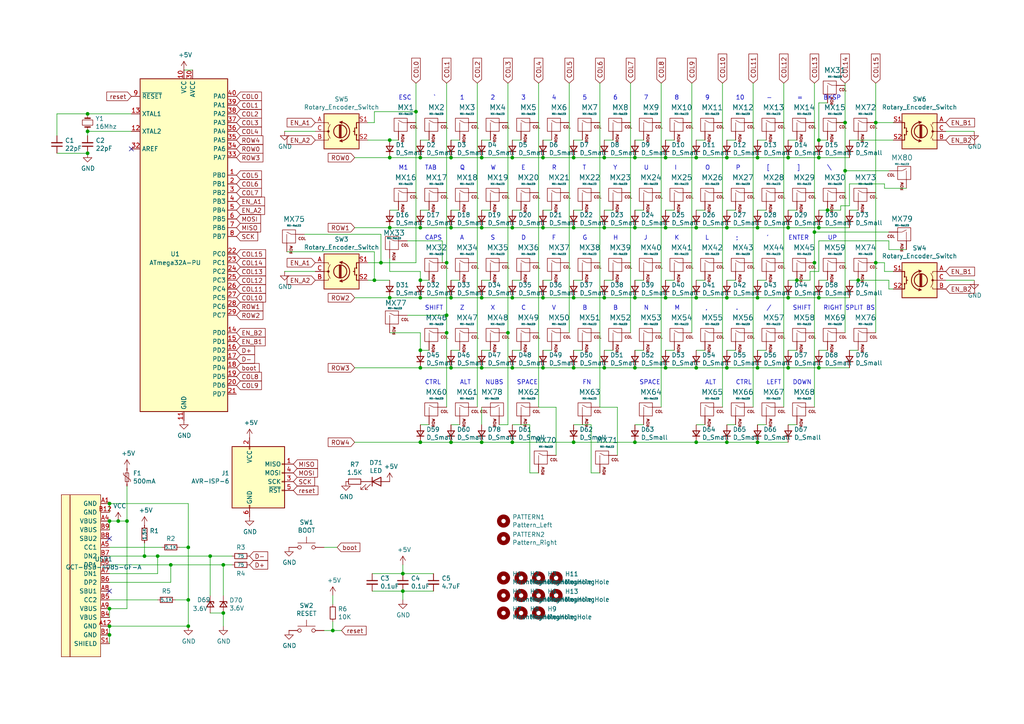
<source format=kicad_sch>
(kicad_sch (version 20231120) (generator "eeschema") (generator_version "8.0")
  (paper "A4")
  (junction (at 219.71 86.36))
  (junction (at 130.81 45.72))
  (junction (at 175.26 45.72))
  (junction (at 210.82 106.68))
  (junction (at 237.49 45.72))
  (junction (at 54.61 158.75))
  (junction (at 237.49 40.64))
  (junction (at 139.7 128.27))
  (junction (at 130.81 128.27))
  (junction (at 184.15 45.72))
  (junction (at 175.26 86.36))
  (junction (at 237.49 66.04))
  (junction (at 113.03 40.64))
  (junction (at 110.49 76.2))
  (junction (at 193.04 86.36))
  (junction (at 116.84 171.45))
  (junction (at 148.59 45.72))
  (junction (at 129.54 76.2))
  (junction (at 184.15 106.68))
  (junction (at 166.37 45.72))
  (junction (at 34.29 151.13))
  (junction (at 193.04 45.72))
  (junction (at 121.92 45.72))
  (junction (at 113.03 66.04))
  (junction (at 166.37 66.04))
  (junction (at 157.48 45.72))
  (junction (at 219.71 106.68))
  (junction (at 25.4 33.02))
  (junction (at 148.59 66.04))
  (junction (at 240.03 60.96))
  (junction (at 166.37 106.68))
  (junction (at 254 35.56))
  (junction (at 129.54 96.52))
  (junction (at 121.92 81.28))
  (junction (at 31.75 176.53))
  (junction (at 210.82 128.27))
  (junction (at 147.32 96.52))
  (junction (at 64.77 177.8))
  (junction (at 108.585 81.28))
  (junction (at 121.92 106.68))
  (junction (at 157.48 66.04))
  (junction (at 219.71 45.72))
  (junction (at 193.04 106.68))
  (junction (at 139.7 106.68))
  (junction (at 36.83 151.13))
  (junction (at 228.6 45.72))
  (junction (at 210.82 66.04))
  (junction (at 25.4 44.45))
  (junction (at 228.6 86.36))
  (junction (at 113.03 45.72))
  (junction (at 175.26 106.68))
  (junction (at 219.71 128.27))
  (junction (at 139.7 45.72))
  (junction (at 121.92 66.04))
  (junction (at 129.54 91.44))
  (junction (at 245.11 35.56))
  (junction (at 237.49 86.36))
  (junction (at 248.92 81.28))
  (junction (at 31.75 184.15))
  (junction (at 228.6 66.04))
  (junction (at 219.71 66.04))
  (junction (at 116.84 166.37))
  (junction (at 184.15 128.27))
  (junction (at 166.37 86.36))
  (junction (at 228.6 106.68))
  (junction (at 121.92 128.27))
  (junction (at 201.93 128.27))
  (junction (at 130.81 66.04))
  (junction (at 130.81 86.36))
  (junction (at 166.37 128.27))
  (junction (at 201.93 86.36))
  (junction (at 31.75 181.61))
  (junction (at 54.61 181.61))
  (junction (at 25.4 38.1))
  (junction (at 49.53 163.83))
  (junction (at 113.03 86.36))
  (junction (at 54.61 173.99))
  (junction (at 175.26 66.04))
  (junction (at 148.59 106.68))
  (junction (at 139.7 66.04))
  (junction (at 157.48 86.36))
  (junction (at 64.77 163.83))
  (junction (at 130.81 106.68))
  (junction (at 60.96 161.29))
  (junction (at 184.15 66.04))
  (junction (at 201.93 106.68))
  (junction (at 148.59 128.27))
  (junction (at 121.92 101.6))
  (junction (at 236.22 76.2))
  (junction (at 157.48 106.68))
  (junction (at 45.72 161.29))
  (junction (at 210.82 86.36))
  (junction (at 184.15 86.36))
  (junction (at 148.59 86.36))
  (junction (at 254 76.2))
  (junction (at 41.91 161.29))
  (junction (at 245.11 49.53))
  (junction (at 120.65 32.385))
  (junction (at 201.93 45.72))
  (junction (at 31.75 146.05))
  (junction (at 193.04 66.04))
  (junction (at 210.82 45.72))
  (junction (at 96.52 182.88))
  (junction (at 139.7 86.36))
  (junction (at 236.22 67.31))
  (junction (at 121.92 86.36))
  (junction (at 231.14 81.28))
  (junction (at 31.75 151.13))
  (junction (at 201.93 66.04))
  (junction (at 237.49 106.68))
  (no_connect (at 31.75 171.45))
  (no_connect (at 38.1 43.18))
  (no_connect (at 31.75 156.21))
  (wire (pts (xy 242.57 35.56) (xy 245.11 35.56)))
  (wire (pts (xy 186.69 101.6) (xy 184.15 101.6)))
  (wire (pts (xy 60.96 161.29) (xy 67.31 161.29)))
  (wire (pts (xy 237.49 45.72) (xy 246.38 45.72)))
  (wire (pts (xy 204.47 60.96) (xy 201.93 60.96)))
  (wire (pts (xy 102.87 66.04) (xy 113.03 66.04)))
  (wire (pts (xy 186.69 60.96) (xy 184.15 60.96)))
  (wire (pts (xy 237.49 86.36) (xy 246.38 86.36)))
  (wire (pts (xy 254 76.2) (xy 254 96.52)))
  (wire (pts (xy 115.57 40.64) (xy 113.03 40.64)))
  (wire (pts (xy 148.59 106.68) (xy 157.48 106.68)))
  (wire (pts (xy 31.75 173.99) (xy 45.72 173.99)))
  (wire (pts (xy 116.84 166.37) (xy 116.84 163.83)))
  (wire (pts (xy 147.32 96.52) (xy 147.32 123.19)))
  (wire (pts (xy 184.15 106.68) (xy 193.04 106.68)))
  (wire (pts (xy 113.03 45.72) (xy 121.92 45.72)))
  (wire (pts (xy 179.07 132.08) (xy 179.07 118.11)))
  (wire (pts (xy 219.71 45.72) (xy 228.6 45.72)))
  (wire (pts (xy 31.75 184.15) (xy 31.75 186.69)))
  (wire (pts (xy 31.75 184.15) (xy 31.75 181.61)))
  (wire (pts (xy 108.585 35.56) (xy 108.585 32.385)))
  (wire (pts (xy 184.15 66.04) (xy 193.04 66.04)))
  (wire (pts (xy 209.55 24.13) (xy 209.55 118.11)))
  (wire (pts (xy 54.61 146.05) (xy 54.61 158.75)))
  (wire (pts (xy 218.44 24.13) (xy 218.44 118.11)))
  (wire (pts (xy 240.03 29.845) (xy 237.49 29.845)))
  (wire (pts (xy 234.95 78.74) (xy 237.49 78.74)))
  (wire (pts (xy 231.14 40.64) (xy 228.6 40.64)))
  (wire (pts (xy 210.82 45.72) (xy 219.71 45.72)))
  (wire (pts (xy 195.58 81.28) (xy 193.04 81.28)))
  (wire (pts (xy 193.04 66.04) (xy 201.93 66.04)))
  (wire (pts (xy 175.26 106.68) (xy 184.15 106.68)))
  (wire (pts (xy 144.78 123.19) (xy 147.32 123.19)))
  (wire (pts (xy 243.84 59.69) (xy 246.38 59.69)))
  (wire (pts (xy 171.45 137.16) (xy 173.99 137.16)))
  (wire (pts (xy 256.54 76.2) (xy 254 76.2)))
  (wire (pts (xy 142.24 101.6) (xy 139.7 101.6)))
  (wire (pts (xy 256.54 54.61) (xy 262.89 54.61)))
  (wire (pts (xy 184.15 86.36) (xy 193.04 86.36)))
  (wire (pts (xy 133.35 101.6) (xy 130.81 101.6)))
  (wire (pts (xy 201.93 86.36) (xy 210.82 86.36)))
  (wire (pts (xy 60.96 177.8) (xy 64.77 177.8)))
  (wire (pts (xy 96.52 172.72) (xy 96.52 175.26)))
  (wire (pts (xy 25.4 33.02) (xy 16.51 33.02)))
  (wire (pts (xy 248.92 81.28) (xy 246.38 81.28)))
  (wire (pts (xy 156.21 118.11) (xy 161.29 118.11)))
  (wire (pts (xy 153.67 137.16) (xy 156.21 137.16)))
  (wire (pts (xy 246.38 101.6) (xy 248.92 101.6)))
  (wire (pts (xy 129.54 96.52) (xy 129.54 118.11)))
  (wire (pts (xy 106.68 40.64) (xy 113.03 40.64)))
  (wire (pts (xy 231.14 81.28) (xy 228.6 81.28)))
  (wire (pts (xy 45.72 161.29) (xy 41.91 161.29)))
  (wire (pts (xy 166.37 123.19) (xy 171.45 123.19)))
  (wire (pts (xy 124.46 123.19) (xy 121.92 123.19)))
  (wire (pts (xy 222.25 101.6) (xy 219.71 101.6)))
  (wire (pts (xy 116.84 166.37) (xy 125.73 166.37)))
  (wire (pts (xy 128.27 69.85) (xy 128.27 76.2)))
  (wire (pts (xy 31.75 166.37) (xy 45.72 166.37)))
  (wire (pts (xy 256.54 78.74) (xy 256.54 76.2)))
  (wire (pts (xy 228.6 86.36) (xy 237.49 86.36)))
  (wire (pts (xy 151.13 60.96) (xy 148.59 60.96)))
  (wire (pts (xy 151.13 40.64) (xy 148.59 40.64)))
  (wire (pts (xy 257.81 83.82) (xy 259.08 83.82)))
  (wire (pts (xy 121.92 128.27) (xy 130.81 128.27)))
  (wire (pts (xy 168.91 40.64) (xy 166.37 40.64)))
  (wire (pts (xy 179.07 118.11) (xy 173.99 118.11)))
  (wire (pts (xy 45.72 166.37) (xy 45.72 161.29)))
  (wire (pts (xy 49.53 163.83) (xy 49.53 168.91)))
  (wire (pts (xy 125.73 171.45) (xy 116.84 171.45)))
  (wire (pts (xy 64.77 163.83) (xy 67.31 163.83)))
  (wire (pts (xy 31.75 146.05) (xy 54.61 146.05)))
  (wire (pts (xy 54.61 181.61) (xy 31.75 181.61)))
  (wire (pts (xy 195.58 60.96) (xy 193.04 60.96)))
  (wire (pts (xy 116.84 171.45) (xy 116.84 173.99)))
  (wire (pts (xy 222.25 123.19) (xy 219.71 123.19)))
  (wire (pts (xy 31.75 151.13) (xy 34.29 151.13)))
  (wire (pts (xy 113.03 60.96) (xy 115.57 60.96)))
  (wire (pts (xy 161.29 118.11) (xy 161.29 132.08)))
  (wire (pts (xy 245.11 24.13) (xy 245.11 35.56)))
  (wire (pts (xy 91.44 78.74) (xy 82.55 78.74)))
  (wire (pts (xy 108.585 81.28) (xy 113.03 81.28)))
  (wire (pts (xy 246.38 40.64) (xy 259.08 40.64)))
  (wire (pts (xy 96.52 182.88) (xy 93.98 182.88)))
  (wire (pts (xy 108.585 32.385) (xy 120.65 32.385)))
  (wire (pts (xy 25.4 39.37) (xy 25.4 38.1)))
  (wire (pts (xy 91.44 38.1) (xy 82.55 38.1)))
  (wire (pts (xy 142.24 60.96) (xy 139.7 60.96)))
  (wire (pts (xy 147.32 24.13) (xy 147.32 96.52)))
  (wire (pts (xy 64.77 177.8) (xy 64.77 181.61)))
  (wire (pts (xy 102.87 106.68) (xy 121.92 106.68)))
  (wire (pts (xy 245.11 49.53) (xy 245.11 96.52)))
  (wire (pts (xy 148.59 123.19) (xy 153.67 123.19)))
  (wire (pts (xy 236.22 24.13) (xy 236.22 67.31)))
  (wire (pts (xy 148.59 128.27) (xy 166.37 128.27)))
  (wire (pts (xy 200.66 24.13) (xy 200.66 96.52)))
  (wire (pts (xy 186.69 40.64) (xy 184.15 40.64)))
  (wire (pts (xy 245.11 49.53) (xy 257.81 49.53)))
  (wire (pts (xy 236.22 67.31) (xy 236.22 76.2)))
  (wire (pts (xy 256.54 78.74) (xy 259.08 78.74)))
  (wire (pts (xy 213.36 81.28) (xy 210.82 81.28)))
  (wire (pts (xy 25.4 38.1) (xy 38.1 38.1)))
  (wire (pts (xy 191.77 24.13) (xy 191.77 118.11)))
  (wire (pts (xy 240.03 60.96) (xy 237.49 60.96)))
  (wire (pts (xy 175.26 66.04) (xy 184.15 66.04)))
  (wire (pts (xy 257.81 83.82) (xy 257.81 81.28)))
  (wire (pts (xy 182.88 24.13) (xy 182.88 96.52)))
  (wire (pts (xy 139.7 128.27) (xy 148.59 128.27)))
  (wire (pts (xy 166.37 86.36) (xy 175.26 86.36)))
  (wire (pts (xy 193.04 45.72) (xy 201.93 45.72)))
  (wire (pts (xy 124.46 60.96) (xy 121.92 60.96)))
  (wire (pts (xy 139.7 45.72) (xy 148.59 45.72)))
  (wire (pts (xy 124.46 101.6) (xy 121.92 101.6)))
  (wire (pts (xy 222.25 40.64) (xy 219.71 40.64)))
  (wire (pts (xy 107.95 166.37) (xy 116.84 166.37)))
  (wire (pts (xy 54.61 158.75) (xy 54.61 173.99)))
  (wire (pts (xy 201.93 66.04) (xy 210.82 66.04)))
  (wire (pts (xy 195.58 101.6) (xy 193.04 101.6)))
  (wire (pts (xy 120.65 32.385) (xy 120.65 76.2)))
  (wire (pts (xy 34.29 151.13) (xy 36.83 151.13)))
  (wire (pts (xy 160.02 101.6) (xy 157.48 101.6)))
  (wire (pts (xy 121.92 96.52) (xy 121.92 101.6)))
  (wire (pts (xy 210.82 86.36) (xy 219.71 86.36)))
  (wire (pts (xy 219.71 66.04) (xy 228.6 66.04)))
  (wire (pts (xy 210.82 106.68) (xy 219.71 106.68)))
  (wire (pts (xy 64.77 172.72) (xy 64.77 163.83)))
  (wire (pts (xy 118.11 91.44) (xy 129.54 91.44)))
  (wire (pts (xy 231.14 60.96) (xy 228.6 60.96)))
  (wire (pts (xy 139.7 86.36) (xy 148.59 86.36)))
  (wire (pts (xy 49.53 168.91) (xy 31.75 168.91)))
  (wire (pts (xy 213.36 60.96) (xy 210.82 60.96)))
  (wire (pts (xy 173.99 24.13) (xy 173.99 118.11)))
  (wire (pts (xy 166.37 66.04) (xy 175.26 66.04)))
  (wire (pts (xy 213.36 123.19) (xy 210.82 123.19)))
  (wire (pts (xy 151.13 101.6) (xy 148.59 101.6)))
  (wire (pts (xy 237.49 66.04) (xy 246.38 66.04)))
  (wire (pts (xy 31.75 148.59) (xy 31.75 146.05)))
  (wire (pts (xy 55.88 20.32) (xy 53.34 20.32)))
  (wire (pts (xy 133.35 40.64) (xy 130.81 40.64)))
  (wire (pts (xy 236.22 76.2) (xy 236.22 118.11)))
  (wire (pts (xy 124.46 40.64) (xy 121.92 40.64)))
  (wire (pts (xy 36.83 176.53) (xy 36.83 151.13)))
  (wire (pts (xy 157.48 45.72) (xy 166.37 45.72)))
  (wire (pts (xy 177.8 40.64) (xy 175.26 40.64)))
  (wire (pts (xy 160.02 40.64) (xy 157.48 40.64)))
  (wire (pts (xy 128.27 76.2) (xy 129.54 76.2)))
  (wire (pts (xy 148.59 66.04) (xy 157.48 66.04)))
  (wire (pts (xy 240.03 101.6) (xy 237.49 101.6)))
  (wire (pts (xy 246.38 53.34) (xy 256.54 53.34)))
  (wire (pts (xy 106.68 81.28) (xy 108.585 81.28)))
  (wire (pts (xy 102.87 128.27) (xy 121.92 128.27)))
  (wire (pts (xy 257.81 69.85) (xy 257.81 72.39)))
  (wire (pts (xy 195.58 40.64) (xy 193.04 40.64)))
  (wire (pts (xy 142.24 81.28) (xy 139.7 81.28)))
  (wire (pts (xy 231.14 81.28) (xy 234.95 81.28)))
  (wire (pts (xy 168.91 101.6) (xy 166.37 101.6)))
  (wire (pts (xy 166.37 106.68) (xy 175.26 106.68)))
  (wire (pts (xy 210.82 66.04) (xy 219.71 66.04)))
  (wire (pts (xy 31.75 176.53) (xy 36.83 176.53)))
  (wire (pts (xy 210.82 128.27) (xy 219.71 128.27)))
  (wire (pts (xy 201.93 106.68) (xy 210.82 106.68)))
  (wire (pts (xy 31.75 151.13) (xy 31.75 153.67)))
  (wire (pts (xy 106.68 76.2) (xy 110.49 76.2)))
  (wire (pts (xy 166.37 128.27) (xy 184.15 128.27)))
  (wire (pts (xy 168.91 81.28) (xy 166.37 81.28)))
  (wire (pts (xy 201.93 45.72) (xy 210.82 45.72)))
  (wire (pts (xy 234.95 81.28) (xy 234.95 78.74)))
  (wire (pts (xy 96.52 182.88) (xy 96.52 180.34)))
  (wire (pts (xy 113.03 66.04) (xy 121.92 66.04)))
  (wire (pts (xy 133.35 60.96) (xy 130.81 60.96)))
  (wire (pts (xy 219.71 128.27) (xy 228.6 128.27)))
  (wire (pts (xy 193.04 106.68) (xy 201.93 106.68)))
  (wire (pts (xy 186.69 123.19) (xy 184.15 123.19)))
  (wire (pts (xy 165.1 24.13) (xy 165.1 96.52)))
  (wire (pts (xy 121.92 78.74) (xy 113.03 78.74)))
  (wire (pts (xy 130.81 106.68) (xy 139.7 106.68)))
  (wire (pts (xy 102.87 86.36) (xy 113.03 86.36)))
  (wire (pts (xy 102.87 45.72) (xy 113.03 45.72)))
  (wire (pts (xy 129.54 76.2) (xy 129.54 91.44)))
  (wire (pts (xy 129.54 91.44) (xy 129.54 96.52)))
  (wire (pts (xy 148.59 86.36) (xy 157.48 86.36)))
  (wire (pts (xy 175.26 45.72) (xy 184.15 45.72)))
  (wire (pts (xy 171.45 123.19) (xy 171.45 137.16)))
  (wire (pts (xy 177.8 101.6) (xy 175.26 101.6)))
  (wire (pts (xy 186.69 81.28) (xy 184.15 81.28)))
  (wire (pts (xy 240.03 40.64) (xy 237.49 40.64)))
  (wire (pts (xy 237.49 69.85) (xy 257.81 69.85)))
  (wire (pts (xy 160.02 60.96) (xy 157.48 60.96)))
  (wire (pts (xy 156.21 24.13) (xy 156.21 118.11)))
  (wire (pts (xy 41.91 161.29) (xy 41.91 157.48)))
  (wire (pts (xy 231.14 123.19) (xy 228.6 123.19)))
  (wire (pts (xy 184.15 45.72) (xy 193.04 45.72)))
  (wire (pts (xy 219.71 86.36) (xy 228.6 86.36)))
  (wire (pts (xy 133.35 123.19) (xy 130.81 123.19)))
  (wire (pts (xy 246.38 60.96) (xy 248.92 60.96)))
  (wire (pts (xy 121.92 86.36) (xy 130.81 86.36)))
  (wire (pts (xy 54.61 173.99) (xy 54.61 181.61)))
  (wire (pts (xy 213.36 40.64) (xy 210.82 40.64)))
  (wire (pts (xy 88.265 67.945) (xy 110.49 67.945)))
  (wire (pts (xy 110.49 76.2) (xy 120.65 76.2)))
  (wire (pts (xy 166.37 45.72) (xy 175.26 45.72)))
  (wire (pts (xy 236.22 67.31) (xy 257.81 67.31)))
  (wire (pts (xy 116.84 171.45) (xy 107.95 171.45)))
  (wire (pts (xy 228.6 66.04) (xy 237.49 66.04)))
  (wire (pts (xy 139.7 106.68) (xy 148.59 106.68)))
  (wire (pts (xy 177.8 81.28) (xy 175.26 81.28)))
  (wire (pts (xy 16.51 33.02) (xy 16.51 39.37)))
  (wire (pts (xy 222.25 81.28) (xy 219.71 81.28)))
  (wire (pts (xy 130.81 45.72) (xy 139.7 45.72)))
  (wire (pts (xy 41.91 161.29) (xy 31.75 161.29)))
  (wire (pts (xy 113.03 86.36) (xy 121.92 86.36)))
  (wire (pts (xy 148.59 45.72) (xy 157.48 45.72)))
  (wire (pts (xy 157.48 66.04) (xy 166.37 66.04)))
  (wire (pts (xy 25.4 44.45) (xy 16.51 44.45)))
  (wire (pts (xy 274.32 38.1) (xy 282.575 38.1)))
  (wire (pts (xy 139.7 66.04) (xy 148.59 66.04)))
  (wire (pts (xy 31.75 179.07) (xy 31.75 176.53)))
  (wire (pts (xy 139.7 118.11) (xy 139.7 123.19)))
  (wire (pts (xy 204.47 40.64) (xy 201.93 40.64)))
  (wire (pts (xy 106.68 35.56) (xy 108.585 35.56)))
  (wire (pts (xy 110.49 67.945) (xy 110.49 76.2)))
  (wire (pts (xy 254 24.13) (xy 254 35.56)))
  (wire (pts (xy 113.03 78.74) (xy 113.03 74.93)))
  (wire (pts (xy 157.48 106.68) (xy 166.37 106.68)))
  (wire (pts (xy 219.71 106.68) (xy 228.6 106.68)))
  (wire (pts (xy 130.81 86.36) (xy 139.7 86.36)))
  (wire (pts (xy 245.11 35.56) (xy 245.11 49.53)))
  (wire (pts (xy 121.92 81.28) (xy 124.46 81.28)))
  (wire (pts (xy 121.92 66.04) (xy 130.81 66.04)))
  (wire (pts (xy 240.03 81.28) (xy 237.49 81.28)))
  (wire (pts (xy 151.13 81.28) (xy 148.59 81.28)))
  (wire (pts (xy 93.98 158.75) (xy 97.79 158.75)))
  (wire (pts (xy 204.47 123.19) (xy 201.93 123.19)))
  (wire (pts (xy 231.14 101.6) (xy 228.6 101.6)))
  (wire (pts (xy 228.6 45.72) (xy 237.49 45.72)))
  (wire (pts (xy 213.36 101.6) (xy 210.82 101.6)))
  (wire (pts (xy 175.26 86.36) (xy 184.15 86.36)))
  (wire (pts (xy 138.43 24.13) (xy 138.43 118.11)))
  (wire (pts (xy 243.84 60.96) (xy 243.84 59.69)))
  (wire (pts (xy 99.06 182.88) (xy 96.52 182.88)))
  (wire (pts (xy 108.585 73.025) (xy 108.585 81.28)))
  (wire (pts (xy 177.8 60.96) (xy 175.26 60.96)))
  (wire (pts (xy 193.04 86.36) (xy 201.93 86.36)))
  (wire (pts (xy 31.75 158.75) (xy 46.99 158.75)))
  (wire (pts (xy 228.6 106.68) (xy 237.49 106.68)))
  (wire (pts (xy 254 35.56) (xy 254 76.2)))
  (wire (pts (xy 168.91 60.96) (xy 166.37 60.96)))
  (wire (pts (xy 257.81 81.28) (xy 248.92 81.28)))
  (wire (pts (xy 142.24 40.64) (xy 139.7 40.64)))
  (wire (pts (xy 83.185 73.025) (xy 108.585 73.025)))
  (wire (pts (xy 45.72 161.29) (xy 60.96 161.29)))
  (wire (pts (xy 204.47 81.28) (xy 201.93 81.28)))
  (wire (pts (xy 121.92 81.28) (xy 121.92 78.74)))
  (wire (pts (xy 31.75 163.83) (xy 49.53 163.83)))
  (wire (pts (xy 153.67 123.19) (xy 153.67 137.16)))
  (wire (pts (xy 222.25 60.96) (xy 219.71 60.96)))
  (wire (pts (xy 50.8 173.99) (xy 54.61 173.99)))
  (wire (pts (xy 237.49 29.845) (xy 237.49 40.64)))
  (wire (pts (xy 130.81 66.04) (xy 139.7 66.04)))
  (wire (pts (xy 157.48 86.36) (xy 166.37 86.36)))
  (wire (pts (xy 257.81 72.39) (xy 262.89 72.39)))
  (wire (pts (xy 237.49 78.74) (xy 237.49 69.85)))
  (wire (pts (xy 129.54 24.13) (xy 129.54 76.2)))
  (wire (pts (xy 133.35 81.28) (xy 130.81 81.28)))
  (wire (pts (xy 130.81 128.27) (xy 139.7 128.27)))
  (wire (pts (xy 254 35.56) (xy 259.715 35.56)))
  (wire (pts (xy 184.15 128.27) (xy 201.93 128.27)))
  (wire (pts (xy 121.92 45.72) (xy 130.81 45.72)))
  (wire (pts (xy 38.1 33.02) (xy 25.4 33.02)))
  (wire (pts (xy 118.11 69.85) (xy 128.27 69.85)))
  (wire (pts (xy 113.03 96.52) (xy 121.92 96.52)))
  (wire (pts (xy 49.53 163.83) (xy 64.77 163.83)))
  (wire (pts (xy 240.03 60.96) (xy 243.84 60.96)))
  (wire (pts (xy 227.33 24.13) (xy 227.33 118.11)))
  (wire (pts (xy 201.93 128.27) (xy 210.82 128.27)))
  (wire (pts (xy 237.49 106.68) (xy 246.38 106.68)))
  (wire (pts (xy 120.65 24.13) (xy 120.65 32.385)))
  (wire (pts (xy 36.83 151.13) (xy 36.83 140.97)))
  (wire (pts (xy 256.54 53.34) (xy 256.54 54.61)))
  (wire (pts (xy 204.47 101.6) (xy 201.93 101.6)))
  (wire (pts (xy 121.92 106.68) (xy 130.81 106.68)))
  (wire (pts (xy 52.07 158.75) (xy 54.61 158.75)))
  (wire (pts (xy 60.96 161.29) (xy 60.96 172.72)))
  (wire (pts (xy 274.32 81.28) (xy 282.575 81.28)))
  (wire (pts (xy 160.02 81.28) (xy 157.48 81.28)))
  (wire (pts (xy 246.38 59.69) (xy 246.38 53.34)))
  (text "A" (at 133.35 69.85 0) (effects (font (size 1.27 1.27)) (justify left bottom)))
  (text "ESC" (at 115.57 29.21 0) (effects (font (size 1.27 1.27)) (justify left bottom)))
  (text "NUBS" (at 146.05 111.76 0) (effects (font (size 1.27 1.27)) (justify right bottom)))
  (text "4" (at 160.02 29.21 0) (effects (font (size 1.27 1.27)) (justify left bottom)))
  (text "SPLIT BS" (at 245.11 90.17 0) (effects (font (size 1.27 1.27)) (justify left bottom)))
  (text "5" (at 168.91 29.21 0) (effects (font (size 1.27 1.27)) (justify left bottom)))
  (text "S" (at 142.24 69.85 0) (effects (font (size 1.27 1.27)) (justify left bottom)))
  (text ";" (at 213.36 69.85 0) (effects (font (size 1.27 1.27)) (justify left bottom)))
  (text "Q" (at 133.35 49.53 0) (effects (font (size 1.27 1.27)) (justify left bottom)))
  (text "B" (at 177.8 90.17 0) (effects (font (size 1.27 1.27)) (justify left bottom)))
  (text "J" (at 186.69 69.85 0) (effects (font (size 1.27 1.27)) (justify left bottom)))
  (text "B" (at 168.91 90.17 0) (effects (font (size 1.27 1.27)) (justify left bottom)))
  (text "H" (at 177.8 69.85 0) (effects (font (size 1.27 1.27)) (justify left bottom)))
  (text "ALT" (at 204.47 111.76 0) (effects (font (size 1.27 1.27)) (justify left bottom)))
  (text "E" (at 151.13 49.53 0) (effects (font (size 1.27 1.27)) (justify left bottom)))
  (text "SPACE" (at 149.86 111.76 0) (effects (font (size 1.27 1.27)) (justify left bottom)))
  (text "[" (at 222.25 49.53 0) (effects (font (size 1.27 1.27)) (justify left bottom)))
  (text "N" (at 186.69 90.17 0) (effects (font (size 1.27 1.27)) (justify left bottom)))
  (text "CAPS" (at 123.19 69.85 0) (effects (font (size 1.27 1.27)) (justify left bottom)))
  (text "K" (at 195.58 69.85 0) (effects (font (size 1.27 1.27)) (justify left bottom)))
  (text "SHIFT" (at 229.87 90.17 0) (effects (font (size 1.27 1.27)) (justify left bottom)))
  (text "Z" (at 133.35 90.17 0) (effects (font (size 1.27 1.27)) (justify left bottom)))
  (text "D" (at 151.13 69.85 0) (effects (font (size 1.27 1.27)) (justify left bottom)))
  (text "9" (at 204.47 29.21 0) (effects (font (size 1.27 1.27)) (justify left bottom)))
  (text "Y" (at 177.8 49.53 0) (effects (font (size 1.27 1.27)) (justify left bottom)))
  (text "=" (at 231.14 29.21 0) (effects (font (size 1.27 1.27)) (justify left bottom)))
  (text "7" (at 186.69 29.21 0) (effects (font (size 1.27 1.27)) (justify left bottom)))
  (text "'" (at 222.25 69.85 0) (effects (font (size 1.27 1.27)) (justify left bottom)))
  (text "M" (at 195.58 90.17 0) (effects (font (size 1.27 1.27)) (justify left bottom)))
  (text "CTRL" (at 213.36 111.76 0) (effects (font (size 1.27 1.27)) (justify left bottom)))
  (text "V" (at 160.02 90.17 0) (effects (font (size 1.27 1.27)) (justify left bottom)))
  (text "W" (at 142.24 49.53 0) (effects (font (size 1.27 1.27)) (justify left bottom)))
  (text "10" (at 213.36 29.21 0) (effects (font (size 1.27 1.27)) (justify left bottom)))
  (text "2" (at 142.24 29.21 0) (effects (font (size 1.27 1.27)) (justify left bottom)))
  (text "O" (at 204.47 49.53 0) (effects (font (size 1.27 1.27)) (justify left bottom)))
  (text "SHIFT" (at 123.19 90.17 0) (effects (font (size 1.27 1.27)) (justify left bottom)))
  (text "TAB" (at 123.19 49.53 0) (effects (font (size 1.27 1.27)) (justify left bottom)))
  (text "DOWN" (at 229.87 111.76 0) (effects (font (size 1.27 1.27)) (justify left bottom)))
  (text "]" (at 231.14 49.53 0) (effects (font (size 1.27 1.27)) (justify left bottom)))
  (text "UP" (at 240.03 69.85 0) (effects (font (size 1.27 1.27)) (justify left bottom)))
  (text "," (at 204.47 90.17 0) (effects (font (size 1.27 1.27)) (justify left bottom)))
  (text "M1" (at 115.57 49.53 0) (effects (font (size 1.27 1.27)) (justify left bottom)))
  (text "3" (at 151.13 29.21 0) (effects (font (size 1.27 1.27)) (justify left bottom)))
  (text "BKSP" (at 238.76 29.21 0) (effects (font (size 1.27 1.27)) (justify left bottom)))
  (text "I" (at 195.58 49.53 0) (effects (font (size 1.27 1.27)) (justify left bottom)))
  (text "6" (at 177.8 29.21 0) (effects (font (size 1.27 1.27)) (justify left bottom)))
  (text "P" (at 213.36 49.53 0) (effects (font (size 1.27 1.27)) (justify left bottom)))
  (text "T" (at 168.91 49.53 0) (effects (font (size 1.27 1.27)) (justify left bottom)))
  (text "-" (at 222.25 29.21 0) (effects (font (size 1.27 1.27)) (justify left bottom)))
  (text "ENTER" (at 228.6 69.85 0) (effects (font (size 1.27 1.27)) (justify left bottom)))
  (text "LEFT" (at 222.25 111.76 0) (effects (font (size 1.27 1.27)) (justify left bottom)))
  (text "\\" (at 240.03 49.53 0) (effects (font (size 1.27 1.27)) (justify left bottom)))
  (text "SPACE" (at 185.42 111.76 0) (effects (font (size 1.27 1.27)) (justify left bottom)))
  (text "C" (at 151.13 90.17 0) (effects (font (size 1.27 1.27)) (justify left bottom)))
  (text "RIGHT" (at 238.76 90.17 0) (effects (font (size 1.27 1.27)) (justify left bottom)))
  (text "1" (at 133.35 29.21 0) (effects (font (size 1.27 1.27)) (justify left bottom)))
  (text "L" (at 204.47 69.85 0) (effects (font (size 1.27 1.27)) (justify left bottom)))
  (text "F" (at 160.02 69.85 0) (effects (font (size 1.27 1.27)) (justify left bottom)))
  (text "U" (at 186.69 49.53 0) (effects (font (size 1.27 1.27)) (justify left bottom)))
  (text "G" (at 168.91 69.85 0) (effects (font (size 1.27 1.27)) (justify left bottom)))
  (text "R" (at 160.02 49.53 0) (effects (font (size 1.27 1.27)) (justify left bottom)))
  (text "ALT" (at 133.35 111.76 0) (effects (font (size 1.27 1.27)) (justify left bottom)))
  (text "." (at 213.36 90.17 0) (effects (font (size 1.27 1.27)) (justify left bottom)))
  (text "8" (at 195.58 29.21 0) (effects (font (size 1.27 1.27)) (justify left bottom)))
  (text "CTRL" (at 123.19 111.76 0) (effects (font (size 1.27 1.27)) (justify left bottom)))
  (text "X" (at 142.24 90.17 0) (effects (font (size 1.27 1.27)) (justify left bottom)))
  (text "FN" (at 168.91 111.76 0) (effects (font (size 1.27 1.27)) (justify left bottom)))
  (text "`" (at 125.73 29.21 0) (effects (font (size 1.27 1.27)) (justify left bottom)))
  (text "/" (at 222.25 90.17 0) (effects (font (size 1.27 1.27)) (justify left bottom)))
  (global_label "ROW1" (shape input) (at 68.58 88.9 0) (property "Intersheetrefs" "${INTERSHEET_REFS}" (effects (hide yes))))
  (global_label "ROW2" (shape input) (at 102.87 86.36 180) (property "Intersheetrefs" "${INTERSHEET_REFS}" (effects (hide yes))))
  (global_label "SCK" (shape input) (at 85.09 139.7 0) (property "Intersheetrefs" "${INTERSHEET_REFS}" (effects (hide yes))))
  (global_label "COL0" (shape input) (at 68.58 27.94 0) (property "Intersheetrefs" "${INTERSHEET_REFS}" (effects (hide yes))))
  (global_label "reset" (shape input) (at 99.06 182.88 0) (property "Intersheetrefs" "${INTERSHEET_REFS}" (effects (hide yes))))
  (global_label "EN_A2" (shape input) (at 68.58 60.96 0) (property "Intersheetrefs" "${INTERSHEET_REFS}" (effects (hide yes))))
  (global_label "COL11" (shape input) (at 68.58 83.82 0) (property "Intersheetrefs" "${INTERSHEET_REFS}" (effects (hide yes))))
  (global_label "COL5" (shape input) (at 68.58 50.8 0) (property "Intersheetrefs" "${INTERSHEET_REFS}" (effects (hide yes))))
  (global_label "ROW2" (shape input) (at 68.58 91.44 0) (property "Intersheetrefs" "${INTERSHEET_REFS}" (effects (hide yes))))
  (global_label "ROW3" (shape input) (at 68.58 45.72 0) (property "Intersheetrefs" "${INTERSHEET_REFS}" (effects (hide yes))))
  (global_label "COL6" (shape input) (at 68.58 53.34 0) (property "Intersheetrefs" "${INTERSHEET_REFS}" (effects (hide yes))))
  (global_label "ROW0" (shape input) (at 68.58 43.18 0) (property "Intersheetrefs" "${INTERSHEET_REFS}" (effects (hide yes))))
  (global_label "COL6" (shape input) (at 173.99 24.13 90) (property "Intersheetrefs" "${INTERSHEET_REFS}" (effects (hide yes))))
  (global_label "MISO" (shape input) (at 68.58 66.04 0) (property "Intersheetrefs" "${INTERSHEET_REFS}" (effects (hide yes))))
  (global_label "COL2" (shape input) (at 138.43 24.13 90) (property "Intersheetrefs" "${INTERSHEET_REFS}" (effects (hide yes))))
  (global_label "COL14" (shape input) (at 68.58 76.2 0) (property "Intersheetrefs" "${INTERSHEET_REFS}" (effects (hide yes))))
  (global_label "COL4" (shape input) (at 68.58 38.1 0) (property "Intersheetrefs" "${INTERSHEET_REFS}" (effects (hide yes))))
  (global_label "reset" (shape input) (at 38.1 27.94 180) (property "Intersheetrefs" "${INTERSHEET_REFS}" (effects (hide yes))))
  (global_label "D-" (shape input) (at 68.58 104.14 0) (property "Intersheetrefs" "${INTERSHEET_REFS}" (effects (hide yes))))
  (global_label "MOSI" (shape input) (at 68.58 63.5 0) (property "Intersheetrefs" "${INTERSHEET_REFS}" (effects (hide yes))))
  (global_label "ROW0" (shape input) (at 102.87 45.72 180) (property "Intersheetrefs" "${INTERSHEET_REFS}" (effects (hide yes))))
  (global_label "COL10" (shape input) (at 209.55 24.13 90) (property "Intersheetrefs" "${INTERSHEET_REFS}" (effects (hide yes))))
  (global_label "MISO" (shape input) (at 85.09 134.62 0) (property "Intersheetrefs" "${INTERSHEET_REFS}" (effects (hide yes))))
  (global_label "EN_A2" (shape input) (at 91.44 40.64 180) (property "Intersheetrefs" "${INTERSHEET_REFS}" (effects (hide yes))))
  (global_label "EN_B1" (shape input) (at 274.32 78.74 0) (property "Intersheetrefs" "${INTERSHEET_REFS}" (effects (hide yes))))
  (global_label "COL1" (shape input) (at 68.58 30.48 0) (property "Intersheetrefs" "${INTERSHEET_REFS}" (effects (hide yes))))
  (global_label "COL10" (shape input) (at 68.58 86.36 0) (property "Intersheetrefs" "${INTERSHEET_REFS}" (effects (hide yes))))
  (global_label "EN_B2" (shape input) (at 274.32 40.64 0) (property "Intersheetrefs" "${INTERSHEET_REFS}" (effects (hide yes))))
  (global_label "SCK" (shape input) (at 68.58 68.58 0) (property "Intersheetrefs" "${INTERSHEET_REFS}" (effects (hide yes))))
  (global_label "ROW3" (shape input) (at 102.87 106.68 180) (property "Intersheetrefs" "${INTERSHEET_REFS}" (effects (hide yes))))
  (global_label "COL7" (shape input) (at 68.58 55.88 0) (property "Intersheetrefs" "${INTERSHEET_REFS}" (effects (hide yes))))
  (global_label "EN_B1" (shape input) (at 274.32 35.56 0) (property "Intersheetrefs" "${INTERSHEET_REFS}" (effects (hide yes))))
  (global_label "D+" (shape input) (at 72.39 163.83 0) (property "Intersheetrefs" "${INTERSHEET_REFS}" (effects (hide yes))))
  (global_label "EN_A1" (shape input) (at 91.44 76.2 180) (property "Intersheetrefs" "${INTERSHEET_REFS}" (effects (hide yes))))
  (global_label "COL1" (shape input) (at 129.54 24.13 90) (property "Intersheetrefs" "${INTERSHEET_REFS}" (effects (hide yes))))
  (global_label "D-" (shape input) (at 72.39 161.29 0) (property "Intersheetrefs" "${INTERSHEET_REFS}" (effects (hide yes))))
  (global_label "EN_B1" (shape input) (at 68.58 99.06 0) (property "Intersheetrefs" "${INTERSHEET_REFS}" (effects (hide yes))))
  (global_label "COL8" (shape input) (at 191.77 24.13 90) (property "Intersheetrefs" "${INTERSHEET_REFS}" (effects (hide yes))))
  (global_label "COL0" (shape input) (at 120.65 24.13 90) (property "Intersheetrefs" "${INTERSHEET_REFS}" (effects (hide yes))))
  (global_label "COL12" (shape input) (at 68.58 81.28 0) (property "Intersheetrefs" "${INTERSHEET_REFS}" (effects (hide yes))))
  (global_label "EN_A2" (shape input) (at 91.44 81.28 180) (property "Intersheetrefs" "${INTERSHEET_REFS}" (effects (hide yes))))
  (global_label "COL3" (shape input) (at 68.58 35.56 0) (property "Intersheetrefs" "${INTERSHEET_REFS}" (effects (hide yes))))
  (global_label "COL15" (shape input) (at 254 24.13 90) (property "Intersheetrefs" "${INTERSHEET_REFS}" (effects (hide yes))))
  (global_label "ROW4" (shape input) (at 102.87 128.27 180) (property "Intersheetrefs" "${INTERSHEET_REFS}" (effects (hide yes))))
  (global_label "EN_B2" (shape input) (at 274.32 83.82 0) (property "Intersheetrefs" "${INTERSHEET_REFS}" (effects (hide yes))))
  (global_label "COL11" (shape input) (at 218.44 24.13 90) (property "Intersheetrefs" "${INTERSHEET_REFS}" (effects (hide yes))))
  (global_label "COL5" (shape input) (at 165.1 24.13 90) (property "Intersheetrefs" "${INTERSHEET_REFS}" (effects (hide yes))))
  (global_label "COL13" (shape input) (at 236.22 24.13 90) (property "Intersheetrefs" "${INTERSHEET_REFS}" (effects (hide yes))))
  (global_label "boot" (shape input) (at 68.58 106.68 0) (property "Intersheetrefs" "${INTERSHEET_REFS}" (effects (hide yes))))
  (global_label "boot" (shape input) (at 97.79 158.75 0) (property "Intersheetrefs" "${INTERSHEET_REFS}" (effects (hide yes))))
  (global_label "COL14" (shape input) (at 245.11 24.13 90) (property "Intersheetrefs" "${INTERSHEET_REFS}" (effects (hide yes))))
  (global_label "COL7" (shape input) (at 182.88 24.13 90) (property "Intersheetrefs" "${INTERSHEET_REFS}" (effects (hide yes))))
  (global_label "ROW4" (shape input) (at 68.58 40.64 0) (property "Intersheetrefs" "${INTERSHEET_REFS}" (effects (hide yes))))
  (global_label "EN_A1" (shape input) (at 68.58 58.42 0) (property "Intersheetrefs" "${INTERSHEET_REFS}" (effects (hide yes))))
  (global_label "COL3" (shape input) (at 147.32 24.13 90) (property "Intersheetrefs" "${INTERSHEET_REFS}" (effects (hide yes))))
  (global_label "EN_A1" (shape input) (at 91.44 35.56 180) (property "Intersheetrefs" "${INTERSHEET_REFS}" (effects (hide yes))))
  (global_label "COL8" (shape input) (at 68.58 109.22 0) (property "Intersheetrefs" "${INTERSHEET_REFS}" (effects (hide yes))))
  (global_label "EN_B2" (shape input) (at 68.58 96.52 0) (property "Intersheetrefs" "${INTERSHEET_REFS}" (effects (hide yes))))
  (global_label "COL9" (shape input) (at 68.58 111.76 0) (property "Intersheetrefs" "${INTERSHEET_REFS}" (effects (hide yes))))
  (global_label "reset" (shape input) (at 85.09 142.24 0) (property "Intersheetrefs" "${INTERSHEET_REFS}" (effects (hide yes))))
  (global_label "COL9" (shape input) (at 200.66 24.13 90) (property "Intersheetrefs" "${INTERSHEET_REFS}" (effects (hide yes))))
  (global_label "ROW1" (shape input) (at 102.87 66.04 180) (property "Intersheetrefs" "${INTERSHEET_REFS}" (effects (hide yes))))
  (global_label "COL13" (shape input) (at 68.58 78.74 0) (property "Intersheetrefs" "${INTERSHEET_REFS}" (effects (hide yes))))
  (global_label "D+" (shape input) (at 68.58 101.6 0) (property "Intersheetrefs" "${INTERSHEET_REFS}" (effects (hide yes))))
  (global_label "COL2" (shape input) (at 68.58 33.02 0) (property "Intersheetrefs" "${INTERSHEET_REFS}" (effects (hide yes))))
  (global_label "COL12" (shape input) (at 227.33 24.13 90) (property "Intersheetrefs" "${INTERSHEET_REFS}" (effects (hide yes))))
  (global_label "COL15" (shape input) (at 68.58 73.66 0) (property "Intersheetrefs" "${INTERSHEET_REFS}" (effects (hide yes))))
  (global_label "MOSI" (shape input) (at 85.09 137.16 0) (property "Intersheetrefs" "${INTERSHEET_REFS}" (effects (hide yes))))
  (global_label "COL4" (shape input) (at 156.21 24.13 90) (property "Intersheetrefs" "${INTERSHEET_REFS}" (effects (hide yes))))
  (symbol (lib_id "basketweave:MCU_Microchip_ATmega_ATmega32A-PU") (at 53.34 71.12 0) (unit 1)
    (property "Reference" "U1" (at 50.8 73.66 0))
    (property "Value" "ATmega32A-PU" (at 50.8 76.2 0))
    (property "Footprint" "Package_DIP:DIP-40_W15.24mm" (effects (hide yes)))
    (property "Datasheet" "http://ww1.microchip.com/downloads/en/DeviceDoc/atmel-8155-8-bit-microcontroller-avr-atmega32a_datasheet.pdf" (effects (hide yes)))
  )
  (symbol (lib_id "Switch:SW_Push") (at 88.9 182.88 0) (unit 1)
    (property "Reference" "SW2" (at 88.9 175.641 0))
    (property "Value" "RESET" (at 88.9 177.9524 0))
    (property "Footprint" "Button_Switch_THT:SW_PUSH_6mm" (effects (hide yes)))
    (property "Description" "Push button switch, generic, two pins" (effects (hide yes)))
  )
  (symbol (lib_id "Device:R_Small") (at 96.52 177.8 0) (unit 1)
    (property "Reference" "R6" (at 98.0186 176.6316 0) (effects (justify left)))
    (property "Value" "10K" (at 98.0186 178.943 0) (effects (justify left)))
    (property "Footprint" "Resistor_THT:R_Axial_DIN0204_L3.6mm_D1.6mm_P5.08mm_Horizontal" (effects (hide yes)))
    (property "Description" "Resistor, small symbol" (effects (hide yes)))
  )
  (symbol (lib_id "power:+5V") (at 96.52 172.72 0) (unit 1)
    (property "Reference" "#PWR011" (effects (hide yes)))
    (property "Value" "+5V" (at 96.901 168.3258 0))
    (property "Description" "Power symbol creates a global label with name \"+5V\"" (effects (hide yes)))
  )
  (symbol (lib_id "power:GND") (at 83.82 182.88 0) (unit 1)
    (property "Reference" "#PWR015" (effects (hide yes)))
    (property "Value" "GND" (at 83.947 187.2742 0))
    (property "Description" "Power symbol creates a global label with name \"GND\" , ground" (effects (hide yes)))
  )
  (symbol (lib_id "power:+5V") (at 53.34 20.32 0) (unit 1)
    (property "Reference" "#PWR01" (effects (hide yes)))
    (property "Value" "+5V" (at 53.721 15.9258 0))
    (property "Description" "Power symbol creates a global label with name \"+5V\"" (effects (hide yes)))
  )
  (symbol (lib_id "Device:Crystal_Small") (at 25.4 35.56 270) (unit 1)
    (property "Reference" "Y1" (at 27.6352 34.3916 90) (effects (justify left)))
    (property "Value" "16Mhz" (at 27.6352 36.703 90) (effects (justify left)))
    (property "Footprint" "Crystal:Crystal_HC49-4H_Vertical" (effects (hide yes)))
    (property "Description" "Two pin crystal, small symbol" (effects (hide yes)))
  )
  (symbol (lib_id "Device:C_Small") (at 25.4 41.91 180) (unit 1)
    (property "Reference" "C2" (at 27.7368 40.7416 0) (effects (justify right)))
    (property "Value" "22pF" (at 27.7368 43.053 0) (effects (justify right)))
    (property "Footprint" "Capacitor_THT:C_Disc_D3.0mm_W2.0mm_P2.50mm" (effects (hide yes)))
    (property "Description" "Unpolarized capacitor, small symbol" (effects (hide yes)))
  )
  (symbol (lib_id "Device:C_Small") (at 16.51 41.91 180) (unit 1)
    (property "Reference" "C1" (at 18.8468 40.7416 0) (effects (justify right)))
    (property "Value" "22pF" (at 18.8468 43.053 0) (effects (justify right)))
    (property "Footprint" "Capacitor_THT:C_Disc_D3.0mm_W2.0mm_P2.50mm" (effects (hide yes)))
    (property "Description" "Unpolarized capacitor, small symbol" (effects (hide yes)))
  )
  (symbol (lib_id "power:GND") (at 25.4 44.45 0) (unit 1)
    (property "Reference" "#PWR02" (effects (hide yes)))
    (property "Value" "GND" (at 25.527 48.8442 0))
    (property "Description" "Power symbol creates a global label with name \"GND\" , ground" (effects (hide yes)))
  )
  (symbol (lib_id "power:GND") (at 53.34 121.92 0) (unit 1)
    (property "Reference" "#PWR03" (effects (hide yes)))
    (property "Value" "GND" (at 53.467 126.3142 0))
    (property "Description" "Power symbol creates a global label with name \"GND\" , ground" (effects (hide yes)))
  )
  (symbol (lib_id "Type-C:USB_C_GCT_USB4085-GF-A") (at 29.21 165.1 0) (unit 1)
    (property "Reference" "USB1" (at 30.0482 162.179 0))
    (property "Value" "GCT-USB-4085-GF-A" (at 30.0482 164.4904 0))
    (property "Footprint" "basketweave:USB_C_GCT_USB4085" (effects (hide yes)))
  )
  (symbol (lib_id "power:GND") (at 54.61 181.61 0) (unit 1)
    (property "Reference" "#PWR013" (effects (hide yes)))
    (property "Value" "GND" (at 54.737 186.0042 0))
    (property "Description" "Power symbol creates a global label with name \"GND\" , ground" (effects (hide yes)))
  )
  (symbol (lib_id "Device:R_Small") (at 69.85 161.29 270) (unit 1)
    (property "Reference" "R3" (at 69.85 158.75 90))
    (property "Value" "75" (at 69.85 161.29 90) (effects (font (size 0.9906 0.9906))))
    (property "Footprint" "Resistor_THT:R_Axial_DIN0204_L3.6mm_D1.6mm_P5.08mm_Horizontal" (effects (hide yes)))
    (property "Description" "Resistor, small symbol" (effects (hide yes)))
  )
  (symbol (lib_id "Device:R_Small") (at 69.85 163.83 270) (unit 1)
    (property "Reference" "R4" (at 69.85 166.37 90))
    (property "Value" "75" (at 69.85 163.83 90) (effects (font (size 0.9906 0.9906))))
    (property "Footprint" "Resistor_THT:R_Axial_DIN0204_L3.6mm_D1.6mm_P5.08mm_Horizontal" (effects (hide yes)))
    (property "Description" "Resistor, small symbol" (effects (hide yes)))
  )
  (symbol (lib_id "Device:R_Small") (at 48.26 173.99 270) (unit 1)
    (property "Reference" "R5" (at 48.26 171.45 90))
    (property "Value" "5.1K" (at 48.26 173.99 90) (effects (font (size 0.9906 0.9906))))
    (property "Footprint" "Resistor_THT:R_Axial_DIN0204_L3.6mm_D1.6mm_P5.08mm_Horizontal" (effects (hide yes)))
    (property "Description" "Resistor, small symbol" (effects (hide yes)))
  )
  (symbol (lib_id "Device:R_Small") (at 49.53 158.75 270) (unit 1)
    (property "Reference" "R2" (at 49.53 156.21 90))
    (property "Value" "5.1K" (at 49.53 158.75 90) (effects (font (size 0.9906 0.9906))))
    (property "Footprint" "Resistor_THT:R_Axial_DIN0204_L3.6mm_D1.6mm_P5.08mm_Horizontal" (effects (hide yes)))
    (property "Description" "Resistor, small symbol" (effects (hide yes)))
  )
  (symbol (lib_id "Device:R_Small") (at 41.91 154.94 0) (unit 1)
    (property "Reference" "R1" (at 43.4086 153.9748 0) (effects (justify left)))
    (property "Value" "1.5K" (at 41.91 156.6164 90) (effects (font (size 0.9906 0.9906)) (justify left)))
    (property "Footprint" "Resistor_THT:R_Axial_DIN0204_L3.6mm_D1.6mm_P5.08mm_Horizontal" (effects (hide yes)))
    (property "Description" "Resistor, small symbol" (effects (hide yes)))
  )
  (symbol (lib_id "power:+5V") (at 41.91 152.4 0) (unit 1)
    (property "Reference" "#PWR07" (effects (hide yes)))
    (property "Value" "+5V" (at 42.291 148.0058 0))
    (property "Description" "Power symbol creates a global label with name \"+5V\"" (effects (hide yes)))
  )
  (symbol (lib_id "power:VCC") (at 34.29 151.13 0) (unit 1)
    (property "Reference" "#PWR06" (effects (hide yes)))
    (property "Value" "VCC" (at 34.7218 146.7358 0))
    (property "Description" "Power symbol creates a global label with name \"VCC\"" (effects (hide yes)))
  )
  (symbol (lib_id "Device:Polyfuse_Small") (at 36.83 138.43 0) (unit 1)
    (property "Reference" "F1" (at 38.5572 137.2616 0) (effects (justify left)))
    (property "Value" "500mA" (at 38.5572 139.573 0) (effects (justify left)))
    (property "Footprint" "basketweave:polyfuse_5.1mm" (effects (hide yes)))
    (property "Description" "Resettable fuse, polymeric positive temperature coefficient, small symbol" (effects (hide yes)))
  )
  (symbol (lib_id "power:+5V") (at 36.83 135.89 0) (unit 1)
    (property "Reference" "#PWR04" (effects (hide yes)))
    (property "Value" "+5V" (at 37.211 131.4958 0))
    (property "Description" "Power symbol creates a global label with name \"+5V\"" (effects (hide yes)))
  )
  (symbol (lib_id "Device:D_Zener_Small") (at 60.96 175.26 270) (unit 1)
    (property "Reference" "D69" (at 57.15 173.99 90) (effects (justify left)))
    (property "Value" "3.6V" (at 55.88 176.53 90) (effects (justify left)))
    (property "Footprint" "Diode_THT:D_DO-35_SOD27_P7.62mm_Horizontal" (effects (hide yes)))
    (property "Description" "Zener diode, small symbol" (effects (hide yes)))
  )
  (symbol (lib_id "Device:D_Zener_Small") (at 64.77 175.26 270) (unit 1)
    (property "Reference" "D70" (at 66.4972 174.0916 90) (effects (justify left)))
    (property "Value" "3.6V" (at 66.4972 176.403 90) (effects (justify left)))
    (property "Footprint" "Diode_THT:D_DO-35_SOD27_P7.62mm_Horizontal" (effects (hide yes)))
    (property "Description" "Zener diode, small symbol" (effects (hide yes)))
  )
  (symbol (lib_id "power:GND") (at 64.77 181.61 0) (unit 1)
    (property "Reference" "#PWR014" (effects (hide yes)))
    (property "Value" "GND" (at 64.897 186.0042 0))
    (property "Description" "Power symbol creates a global label with name \"GND\" , ground" (effects (hide yes)))
  )
  (symbol (lib_id "Connector:AVR-ISP-6") (at 74.93 139.7 0) (unit 1)
    (property "Reference" "J1" (at 66.5734 137.2616 0) (effects (justify right)))
    (property "Value" "AVR-ISP-6" (at 66.5734 139.573 0) (effects (justify right)))
    (property "Footprint" "Connector_PinHeader_2.54mm:PinHeader_2x03_P2.54mm_Vertical" (effects (hide yes)))
    (property "Datasheet" " ~" (effects (hide yes)))
    (property "Description" "Atmel 6-pin ISP connector" (effects (hide yes)))
  )
  (symbol (lib_id "power:+5V") (at 72.39 127 0) (unit 1)
    (property "Reference" "#PWR08" (effects (hide yes)))
    (property "Value" "+5V" (at 72.771 122.6058 0))
    (property "Description" "Power symbol creates a global label with name \"+5V\"" (effects (hide yes)))
  )
  (symbol (lib_id "power:GND") (at 72.39 149.86 0) (unit 1)
    (property "Reference" "#PWR012" (effects (hide yes)))
    (property "Value" "GND" (at 72.517 154.2542 0))
    (property "Description" "Power symbol creates a global label with name \"GND\" , ground" (effects (hide yes)))
  )
  (symbol (lib_id "Switch:SW_Push") (at 88.9 158.75 0) (unit 1)
    (property "Reference" "SW1" (at 88.9 151.511 0))
    (property "Value" "BOOT" (at 88.9 153.8224 0))
    (property "Footprint" "Button_Switch_THT:SW_PUSH_6mm" (effects (hide yes)))
    (property "Description" "Push button switch, generic, two pins" (effects (hide yes)))
  )
  (symbol (lib_id "power:GND") (at 83.82 158.75 0) (unit 1)
    (property "Reference" "#PWR09" (effects (hide yes)))
    (property "Value" "GND" (at 83.947 163.1442 0))
    (property "Description" "Power symbol creates a global label with name \"GND\" , ground" (effects (hide yes)))
  )
  (symbol (lib_id "Device:C_Small") (at 107.95 168.91 0) (unit 1)
    (property "Reference" "C3" (at 110.2868 167.7416 0) (effects (justify left)))
    (property "Value" "0.1uF" (at 110.2868 170.053 0) (effects (justify left)))
    (property "Footprint" "Capacitor_THT:C_Disc_D4.3mm_W1.9mm_P5.00mm" (effects (hide yes)))
    (property "Description" "Unpolarized capacitor, small symbol" (effects (hide yes)))
  )
  (symbol (lib_id "Device:C_Small") (at 116.84 168.91 0) (unit 1)
    (property "Reference" "C4" (at 119.1768 167.7416 0) (effects (justify left)))
    (property "Value" "0.1uF" (at 119.1768 170.053 0) (effects (justify left)))
    (property "Footprint" "Capacitor_THT:C_Disc_D4.3mm_W1.9mm_P5.00mm" (effects (hide yes)))
    (property "Description" "Unpolarized capacitor, small symbol" (effects (hide yes)))
  )
  (symbol (lib_id "Device:C_Small") (at 125.73 168.91 0) (unit 1)
    (property "Reference" "C5" (at 128.0668 167.7416 0) (effects (justify left)))
    (property "Value" "4.7uF" (at 128.0668 170.053 0) (effects (justify left)))
    (property "Footprint" "Capacitor_THT:CP_Radial_D4.0mm_P1.50mm" (effects (hide yes)))
    (property "Description" "Unpolarized capacitor, small symbol" (effects (hide yes)))
  )
  (symbol (lib_id "power:+5V") (at 116.84 163.83 0) (unit 1)
    (property "Reference" "#PWR05" (effects (hide yes)))
    (property "Value" "+5V" (at 117.221 159.4358 0))
    (property "Description" "Power symbol creates a global label with name \"+5V\"" (effects (hide yes)))
  )
  (symbol (lib_id "power:GND") (at 116.84 173.99 0) (unit 1)
    (property "Reference" "#PWR010" (effects (hide yes)))
    (property "Value" "GND" (at 116.967 178.3842 0))
    (property "Description" "Power symbol creates a global label with name \"GND\" , ground" (effects (hide yes)))
  )
  (symbol (lib_id "MX_Alps_Hybrid:MX-NoLED") (at 116.84 36.83 0) (unit 1)
    (property "Reference" "MX1" (at 117.6782 31.1658 0) (effects (font (size 1.524 1.524))))
    (property "Value" "MX-NoLED" (at 117.6782 33.0454 0) (effects (font (size 0.508 0.508))))
    (property "Footprint" "MX_Only:MXOnly-1U-NoLED" (effects (hide yes)))
  )
  (symbol (lib_id "Device:D_Small") (at 113.03 43.18 90) (unit 1)
    (property "Reference" "D1" (at 114.7572 42.0116 90) (effects (justify right)))
    (property "Value" "D_Small" (at 114.7572 44.323 90) (effects (justify right)))
    (property "Footprint" "Diode_THT:D_DO-35_SOD27_P7.62mm_Horizontal" (effects (hide yes)))
    (property "Description" "Diode, small symbol" (effects (hide yes)))
    (property "Sim.Device" "D" (effects (hide yes)))
    (property "Sim.Pins" "1=K 2=A" (effects (hide yes)))
  )
  (symbol (lib_id "MX_Alps_Hybrid:MX-NoLED") (at 125.73 36.83 0) (unit 1)
    (property "Reference" "MX2" (at 126.5682 31.1658 0) (effects (font (size 1.524 1.524))))
    (property "Value" "MX-NoLED" (at 126.5682 33.0454 0) (effects (font (size 0.508 0.508))))
    (property "Footprint" "MX_Only:MXOnly-1U-NoLED" (effects (hide yes)))
  )
  (symbol (lib_id "Device:D_Small") (at 121.92 43.18 90) (unit 1)
    (property "Reference" "D2" (at 123.6472 42.0116 90) (effects (justify right)))
    (property "Value" "D_Small" (at 123.6472 44.323 90) (effects (justify right)))
    (property "Footprint" "Diode_THT:D_DO-35_SOD27_P7.62mm_Horizontal" (effects (hide yes)))
    (property "Description" "Diode, small symbol" (effects (hide yes)))
    (property "Sim.Device" "D" (effects (hide yes)))
    (property "Sim.Pins" "1=K 2=A" (effects (hide yes)))
  )
  (symbol (lib_id "MX_Alps_Hybrid:MX-NoLED") (at 134.62 36.83 0) (unit 1)
    (property "Reference" "MX3" (at 135.4582 31.1658 0) (effects (font (size 1.524 1.524))))
    (property "Value" "MX-NoLED" (at 135.4582 33.0454 0) (effects (font (size 0.508 0.508))))
    (property "Footprint" "MX_Only:MXOnly-1U-NoLED" (effects (hide yes)))
  )
  (symbol (lib_id "Device:D_Small") (at 130.81 43.18 90) (unit 1)
    (property "Reference" "D3" (at 132.5372 42.0116 90) (effects (justify right)))
    (property "Value" "D_Small" (at 132.5372 44.323 90) (effects (justify right)))
    (property "Footprint" "Diode_THT:D_DO-35_SOD27_P7.62mm_Horizontal" (effects (hide yes)))
    (property "Description" "Diode, small symbol" (effects (hide yes)))
    (property "Sim.Device" "D" (effects (hide yes)))
    (property "Sim.Pins" "1=K 2=A" (effects (hide yes)))
  )
  (symbol (lib_id "MX_Alps_Hybrid:MX-NoLED") (at 143.51 36.83 0) (unit 1)
    (property "Reference" "MX4" (at 144.3482 31.1658 0) (effects (font (size 1.524 1.524))))
    (property "Value" "MX-NoLED" (at 144.3482 33.0454 0) (effects (font (size 0.508 0.508))))
    (property "Footprint" "MX_Only:MXOnly-1U-NoLED" (effects (hide yes)))
  )
  (symbol (lib_id "Device:D_Small") (at 139.7 43.18 90) (unit 1)
    (property "Reference" "D4" (at 141.4272 42.0116 90) (effects (justify right)))
    (property "Value" "D_Small" (at 141.4272 44.323 90) (effects (justify right)))
    (property "Footprint" "Diode_THT:D_DO-35_SOD27_P7.62mm_Horizontal" (effects (hide yes)))
    (property "Description" "Diode, small symbol" (effects (hide yes)))
    (property "Sim.Device" "D" (effects (hide yes)))
    (property "Sim.Pins" "1=K 2=A" (effects (hide yes)))
  )
  (symbol (lib_id "MX_Alps_Hybrid:MX-NoLED") (at 152.4 36.83 0) (unit 1)
    (property "Reference" "MX5" (at 153.2382 31.1658 0) (effects (font (size 1.524 1.524))))
    (property "Value" "MX-NoLED" (at 153.2382 33.0454 0) (effects (font (size 0.508 0.508))))
    (property "Footprint" "MX_Only:MXOnly-1U-NoLED" (effects (hide yes)))
  )
  (symbol (lib_id "Device:D_Small") (at 148.59 43.18 90) (unit 1)
    (property "Reference" "D5" (at 150.3172 42.0116 90) (effects (justify right)))
    (property "Value" "D_Small" (at 150.3172 44.323 90) (effects (justify right)))
    (property "Footprint" "Diode_THT:D_DO-35_SOD27_P7.62mm_Horizontal" (effects (hide yes)))
    (property "Description" "Diode, small symbol" (effects (hide yes)))
    (property "Sim.Device" "D" (effects (hide yes)))
    (property "Sim.Pins" "1=K 2=A" (effects (hide yes)))
  )
  (symbol (lib_id "MX_Alps_Hybrid:MX-NoLED") (at 161.29 36.83 0) (unit 1)
    (property "Reference" "MX6" (at 162.1282 31.1658 0) (effects (font (size 1.524 1.524))))
    (property "Value" "MX-NoLED" (at 162.1282 33.0454 0) (effects (font (size 0.508 0.508))))
    (property "Footprint" "MX_Only:MXOnly-1U-NoLED" (effects (hide yes)))
  )
  (symbol (lib_id "Device:D_Small") (at 157.48 43.18 90) (unit 1)
    (property "Reference" "D6" (at 159.2072 42.0116 90) (effects (justify right)))
    (property "Value" "D_Small" (at 159.2072 44.323 90) (effects (justify right)))
    (property "Footprint" "Diode_THT:D_DO-35_SOD27_P7.62mm_Horizontal" (effects (hide yes)))
    (property "Description" "Diode, small symbol" (effects (hide yes)))
    (property "Sim.Device" "D" (effects (hide yes)))
    (property "Sim.Pins" "1=K 2=A" (effects (hide yes)))
  )
  (symbol (lib_id "MX_Alps_Hybrid:MX-NoLED") (at 170.18 36.83 0) (unit 1)
    (property "Reference" "MX7" (at 171.0182 31.1658 0) (effects (font (size 1.524 1.524))))
    (property "Value" "MX-NoLED" (at 171.0182 33.0454 0) (effects (font (size 0.508 0.508))))
    (property "Footprint" "MX_Only:MXOnly-1U-NoLED" (effects (hide yes)))
  )
  (symbol (lib_id "Device:D_Small") (at 166.37 43.18 90) (unit 1)
    (property "Reference" "D7" (at 168.0972 42.0116 90) (effects (justify right)))
    (property "Value" "D_Small" (at 168.0972 44.323 90) (effects (justify right)))
    (property "Footprint" "Diode_THT:D_DO-35_SOD27_P7.62mm_Horizontal" (effects (hide yes)))
    (property "Description" "Diode, small symbol" (effects (hide yes)))
    (property "Sim.Device" "D" (effects (hide yes)))
    (property "Sim.Pins" "1=K 2=A" (effects (hide yes)))
  )
  (symbol (lib_id "MX_Alps_Hybrid:MX-NoLED") (at 179.07 36.83 0) (unit 1)
    (property "Reference" "MX8" (at 179.9082 31.1658 0) (effects (font (size 1.524 1.524))))
    (property "Value" "MX-NoLED" (at 179.9082 33.0454 0) (effects (font (size 0.508 0.508))))
    (property "Footprint" "MX_Only:MXOnly-1U-NoLED" (effects (hide yes)))
  )
  (symbol (lib_id "Device:D_Small") (at 175.26 43.18 90) (unit 1)
    (property "Reference" "D8" (at 176.9872 42.0116 90) (effects (justify right)))
    (property "Value" "D_Small" (at 176.9872 44.323 90) (effects (justify right)))
    (property "Footprint" "Diode_THT:D_DO-35_SOD27_P7.62mm_Horizontal" (effects (hide yes)))
    (property "Description" "Diode, small symbol" (effects (hide yes)))
    (property "Sim.Device" "D" (effects (hide yes)))
    (property "Sim.Pins" "1=K 2=A" (effects (hide yes)))
  )
  (symbol (lib_id "MX_Alps_Hybrid:MX-NoLED") (at 187.96 36.83 0) (unit 1)
    (property "Reference" "MX9" (at 188.7982 31.1658 0) (effects (font (size 1.524 1.524))))
    (property "Value" "MX-NoLED" (at 188.7982 33.0454 0) (effects (font (size 0.508 0.508))))
    (property "Footprint" "MX_Only:MXOnly-1U-NoLED" (effects (hide yes)))
  )
  (symbol (lib_id "Device:D_Small") (at 184.15 43.18 90) (unit 1)
    (property "Reference" "D9" (at 185.8772 42.0116 90) (effects (justify right)))
    (property "Value" "D_Small" (at 185.8772 44.323 90) (effects (justify right)))
    (property "Footprint" "Diode_THT:D_DO-35_SOD27_P7.62mm_Horizontal" (effects (hide yes)))
    (property "Description" "Diode, small symbol" (effects (hide yes)))
    (property "Sim.Device" "D" (effects (hide yes)))
    (property "Sim.Pins" "1=K 2=A" (effects (hide yes)))
  )
  (symbol (lib_id "MX_Alps_Hybrid:MX-NoLED") (at 196.85 36.83 0) (unit 1)
    (property "Reference" "MX10" (at 197.6882 31.1658 0) (effects (font (size 1.524 1.524))))
    (property "Value" "MX-NoLED" (at 197.6882 33.0454 0) (effects (font (size 0.508 0.508))))
    (property "Footprint" "MX_Only:MXOnly-1U-NoLED" (effects (hide yes)))
  )
  (symbol (lib_id "Device:D_Small") (at 193.04 43.18 90) (unit 1)
    (property "Reference" "D10" (at 194.7672 42.0116 90) (effects (justify right)))
    (property "Value" "D_Small" (at 194.7672 44.323 90) (effects (justify right)))
    (property "Footprint" "Diode_THT:D_DO-35_SOD27_P7.62mm_Horizontal" (effects (hide yes)))
    (property "Description" "Diode, small symbol" (effects (hide yes)))
    (property "Sim.Device" "D" (effects (hide yes)))
    (property "Sim.Pins" "1=K 2=A" (effects (hide yes)))
  )
  (symbol (lib_id "MX_Alps_Hybrid:MX-NoLED") (at 205.74 36.83 0) (unit 1)
    (property "Reference" "MX11" (at 206.5782 31.1658 0) (effects (font (size 1.524 1.524))))
    (property "Value" "MX-NoLED" (at 206.5782 33.0454 0) (effects (font (size 0.508 0.508))))
    (property "Footprint" "MX_Only:MXOnly-1U-NoLED" (effects (hide yes)))
  )
  (symbol (lib_id "Device:D_Small") (at 201.93 43.18 90) (unit 1)
    (property "Reference" "D11" (at 203.6572 42.0116 90) (effects (justify right)))
    (property "Value" "D_Small" (at 203.6572 44.323 90) (effects (justify right)))
    (property "Footprint" "Diode_THT:D_DO-35_SOD27_P7.62mm_Horizontal" (effects (hide yes)))
    (property "Description" "Diode, small symbol" (effects (hide yes)))
    (property "Sim.Device" "D" (effects (hide yes)))
    (property "Sim.Pins" "1=K 2=A" (effects (hide yes)))
  )
  (symbol (lib_id "MX_Alps_Hybrid:MX-NoLED") (at 214.63 36.83 0) (unit 1)
    (property "Reference" "MX12" (at 215.4682 31.1658 0) (effects (font (size 1.524 1.524))))
    (property "Value" "MX-NoLED" (at 215.4682 33.0454 0) (effects (font (size 0.508 0.508))))
    (property "Footprint" "MX_Only:MXOnly-1U-NoLED" (effects (hide yes)))
  )
  (symbol (lib_id "Device:D_Small") (at 210.82 43.18 90) (unit 1)
    (property "Reference" "D12" (at 212.5472 42.0116 90) (effects (justify right)))
    (property "Value" "D_Small" (at 212.5472 44.323 90) (effects (justify right)))
    (property "Footprint" "Diode_THT:D_DO-35_SOD27_P7.62mm_Horizontal" (effects (hide yes)))
    (property "Description" "Diode, small symbol" (effects (hide yes)))
    (property "Sim.Device" "D" (effects (hide yes)))
    (property "Sim.Pins" "1=K 2=A" (effects (hide yes)))
  )
  (symbol (lib_id "MX_Alps_Hybrid:MX-NoLED") (at 223.52 36.83 0) (unit 1)
    (property "Reference" "MX13" (at 224.3582 31.1658 0) (effects (font (size 1.524 1.524))))
    (property "Value" "MX-NoLED" (at 224.3582 33.0454 0) (effects (font (size 0.508 0.508))))
    (property "Footprint" "MX_Only:MXOnly-1U-NoLED" (effects (hide yes)))
  )
  (symbol (lib_id "Device:D_Small") (at 219.71 43.18 90) (unit 1)
    (property "Reference" "D13" (at 221.4372 42.0116 90) (effects (justify right)))
    (property "Value" "D_Small" (at 221.4372 44.323 90) (effects (justify right)))
    (property "Footprint" "Diode_THT:D_DO-35_SOD27_P7.62mm_Horizontal" (effects (hide yes)))
    (property "Description" "Diode, small symbol" (effects (hide yes)))
    (property "Sim.Device" "D" (effects (hide yes)))
    (property "Sim.Pins" "1=K 2=A" (effects (hide yes)))
  )
  (symbol (lib_id "MX_Alps_Hybrid:MX-NoLED") (at 232.41 36.83 0) (unit 1)
    (property "Reference" "MX14" (at 233.2482 31.1658 0) (effects (font (size 1.524 1.524))))
    (property "Value" "MX-NoLED" (at 233.2482 33.0454 0) (effects (font (size 0.508 0.508))))
    (property "Footprint" "MX_Only:MXOnly-1U-NoLED" (effects (hide yes)))
  )
  (symbol (lib_id "Device:D_Small") (at 228.6 43.18 90) (unit 1)
    (property "Reference" "D14" (at 230.3272 42.0116 90) (effects (justify right)))
    (property "Value" "D_Small" (at 230.3272 44.323 90) (effects (justify right)))
    (property "Footprint" "Diode_THT:D_DO-35_SOD27_P7.62mm_Horizontal" (effects (hide yes)))
    (property "Description" "Diode, small symbol" (effects (hide yes)))
    (property "Sim.Device" "D" (effects (hide yes)))
    (property "Sim.Pins" "1=K 2=A" (effects (hide yes)))
  )
  (symbol (lib_id "MX_Alps_Hybrid:MX-NoLED") (at 241.3 36.83 0) (unit 1)
    (property "Reference" "MX15" (at 242.1382 31.1658 0) (effects (font (size 1.524 1.524))))
    (property "Value" "MX-NoLED" (at 242.1382 33.0454 0) (effects (font (size 0.508 0.508))))
    (property "Footprint" "MX_Only:MXOnly-2U-NoLED" (effects (hide yes)))
  )
  (symbol (lib_id "Device:D_Small") (at 237.49 43.18 90) (unit 1)
    (property "Reference" "D15" (at 239.2172 42.0116 90) (effects (justify right)))
    (property "Value" "D_Small" (at 239.2172 44.323 90) (effects (justify right)))
    (property "Footprint" "Diode_THT:D_DO-35_SOD27_P7.62mm_Horizontal" (effects (hide yes)))
    (property "Description" "Diode, small symbol" (effects (hide yes)))
    (property "Sim.Device" "D" (effects (hide yes)))
    (property "Sim.Pins" "1=K 2=A" (effects (hide yes)))
  )
  (symbol (lib_id "Device:D_Small") (at 113.03 63.5 90) (unit 1)
    (property "Reference" "D16" (at 114.7572 62.3316 90) (effects (justify right)))
    (property "Value" "D_Small" (at 114.7572 64.643 90) (effects (justify right)))
    (property "Footprint" "Diode_THT:D_DO-35_SOD27_P7.62mm_Horizontal" (effects (hide yes)))
    (property "Description" "Diode, small symbol" (effects (hide yes)))
    (property "Sim.Device" "D" (effects (hide yes)))
    (property "Sim.Pins" "1=K 2=A" (effects (hide yes)))
  )
  (symbol (lib_id "MX_Alps_Hybrid:MX-NoLED") (at 134.62 57.15 0) (unit 1)
    (property "Reference" "MX18" (at 135.4582 51.4858 0) (effects (font (size 1.524 1.524))))
    (property "Value" "MX-NoLED" (at 135.4582 53.3654 0) (effects (font (size 0.508 0.508))))
    (property "Footprint" "MX_Only:MXOnly-1U-NoLED" (effects (hide yes)))
  )
  (symbol (lib_id "Device:D_Small") (at 130.81 63.5 90) (unit 1)
    (property "Reference" "D18" (at 132.5372 62.3316 90) (effects (justify right)))
    (property "Value" "D_Small" (at 132.5372 64.643 90) (effects (justify right)))
    (property "Footprint" "Diode_THT:D_DO-35_SOD27_P7.62mm_Horizontal" (effects (hide yes)))
    (property "Description" "Diode, small symbol" (effects (hide yes)))
    (property "Sim.Device" "D" (effects (hide yes)))
    (property "Sim.Pins" "1=K 2=A" (effects (hide yes)))
  )
  (symbol (lib_id "MX_Alps_Hybrid:MX-NoLED") (at 143.51 57.15 0) (unit 1)
    (property "Reference" "MX19" (at 144.3482 51.4858 0) (effects (font (size 1.524 1.524))))
    (property "Value" "MX-NoLED" (at 144.3482 53.3654 0) (effects (font (size 0.508 0.508))))
    (property "Footprint" "MX_Only:MXOnly-1U-NoLED" (effects (hide yes)))
  )
  (symbol (lib_id "Device:D_Small") (at 139.7 63.5 90) (unit 1)
    (property "Reference" "D19" (at 141.4272 62.3316 90) (effects (justify right)))
    (property "Value" "D_Small" (at 141.4272 64.643 90) (effects (justify right)))
    (property "Footprint" "Diode_THT:D_DO-35_SOD27_P7.62mm_Horizontal" (effects (hide yes)))
    (property "Description" "Diode, small symbol" (effects (hide yes)))
    (property "Sim.Device" "D" (effects (hide yes)))
    (property "Sim.Pins" "1=K 2=A" (effects (hide yes)))
  )
  (symbol (lib_id "MX_Alps_Hybrid:MX-NoLED") (at 152.4 57.15 0) (unit 1)
    (property "Reference" "MX20" (at 153.2382 51.4858 0) (effects (font (size 1.524 1.524))))
    (property "Value" "MX-NoLED" (at 153.2382 53.3654 0) (effects (font (size 0.508 0.508))))
    (property "Footprint" "MX_Only:MXOnly-1U-NoLED" (effects (hide yes)))
  )
  (symbol (lib_id "Device:D_Small") (at 148.59 63.5 90) (unit 1)
    (property "Reference" "D20" (at 150.3172 62.3316 90) (effects (justify right)))
    (property "Value" "D_Small" (at 150.3172 64.643 90) (effects (justify right)))
    (property "Footprint" "Diode_THT:D_DO-35_SOD27_P7.62mm_Horizontal" (effects (hide yes)))
    (property "Description" "Diode, small symbol" (effects (hide yes)))
    (property "Sim.Device" "D" (effects (hide yes)))
    (property "Sim.Pins" "1=K 2=A" (effects (hide yes)))
  )
  (symbol (lib_id "MX_Alps_Hybrid:MX-NoLED") (at 161.29 57.15 0) (unit 1)
    (property "Reference" "MX21" (at 162.1282 51.4858 0) (effects (font (size 1.524 1.524))))
    (property "Value" "MX-NoLED" (at 162.1282 53.3654 0) (effects (font (size 0.508 0.508))))
    (property "Footprint" "MX_Only:MXOnly-1U-NoLED" (effects (hide yes)))
  )
  (symbol (lib_id "Device:D_Small") (at 157.48 63.5 90) (unit 1)
    (property "Reference" "D21" (at 159.2072 62.3316 90) (effects (justify right)))
    (property "Value" "D_Small" (at 159.2072 64.643 90) (effects (justify right)))
    (property "Footprint" "Diode_THT:D_DO-35_SOD27_P7.62mm_Horizontal" (effects (hide yes)))
    (property "Description" "Diode, small symbol" (effects (hide yes)))
    (property "Sim.Device" "D" (effects (hide yes)))
    (property "Sim.Pins" "1=K 2=A" (effects (hide yes)))
  )
  (symbol (lib_id "MX_Alps_Hybrid:MX-NoLED") (at 170.18 57.15 0) (unit 1)
    (property "Reference" "MX22" (at 171.0182 51.4858 0) (effects (font (size 1.524 1.524))))
    (property "Value" "MX-NoLED" (at 171.0182 53.3654 0) (effects (font (size 0.508 0.508))))
    (property "Footprint" "MX_Only:MXOnly-1U-NoLED" (effects (hide yes)))
  )
  (symbol (lib_id "Device:D_Small") (at 166.37 63.5 90) (unit 1)
    (property "Reference" "D22" (at 168.0972 62.3316 90) (effects (justify right)))
    (property "Value" "D_Small" (at 168.0972 64.643 90) (effects (justify right)))
    (property "Footprint" "Diode_THT:D_DO-35_SOD27_P7.62mm_Horizontal" (effects (hide yes)))
    (property "Description" "Diode, small symbol" (effects (hide yes)))
    (property "Sim.Device" "D" (effects (hide yes)))
    (property "Sim.Pins" "1=K 2=A" (effects (hide yes)))
  )
  (symbol (lib_id "MX_Alps_Hybrid:MX-NoLED") (at 179.07 57.15 0) (unit 1)
    (property "Reference" "MX23" (at 179.9082 51.4858 0) (effects (font (size 1.524 1.524))))
    (property "Value" "MX-NoLED" (at 179.9082 53.3654 0) (effects (font (size 0.508 0.508))))
    (property "Footprint" "MX_Only:MXOnly-1U-NoLED" (effects (hide yes)))
  )
  (symbol (lib_id "Device:D_Small") (at 175.26 63.5 90) (unit 1)
    (property "Reference" "D23" (at 176.9872 62.3316 90) (effects (justify right)))
    (property "Value" "D_Small" (at 176.9872 64.643 90) (effects (justify right)))
    (property "Footprint" "Diode_THT:D_DO-35_SOD27_P7.62mm_Horizontal" (effects (hide yes)))
    (property "Description" "Diode, small symbol" (effects (hide yes)))
    (property "Sim.Device" "D" (effects (hide yes)))
    (property "Sim.Pins" "1=K 2=A" (effects (hide yes)))
  )
  (symbol (lib_id "MX_Alps_Hybrid:MX-NoLED") (at 187.96 57.15 0) (unit 1)
    (property "Reference" "MX24" (at 188.7982 51.4858 0) (effects (font (size 1.524 1.524))))
    (property "Value" "MX-NoLED" (at 188.7982 53.3654 0) (effects (font (size 0.508 0.508))))
    (property "Footprint" "MX_Only:MXOnly-1U-NoLED" (effects (hide yes)))
  )
  (symbol (lib_id "Device:D_Small") (at 184.15 63.5 90) (unit 1)
    (property "Reference" "D24" (at 185.8772 62.3316 90) (effects (justify right)))
    (property "Value" "D_Small" (at 185.8772 64.643 90) (effects (justify right)))
    (property "Footprint" "Diode_THT:D_DO-35_SOD27_P7.62mm_Horizontal" (effects (hide yes)))
    (property "Description" "Diode, small symbol" (effects (hide yes)))
    (property "Sim.Device" "D" (effects (hide yes)))
    (property "Sim.Pins" "1=K 2=A" (effects (hide yes)))
  )
  (symbol (lib_id "MX_Alps_Hybrid:MX-NoLED") (at 196.85 57.15 0) (unit 1)
    (property "Reference" "MX25" (at 197.6882 51.4858 0) (effects (font (size 1.524 1.524))))
    (property "Value" "MX-NoLED" (at 197.6882 53.3654 0) (effects (font (size 0.508 0.508))))
    (property "Footprint" "MX_Only:MXOnly-1U-NoLED" (effects (hide yes)))
  )
  (symbol (lib_id "Device:D_Small") (at 193.04 63.5 90) (unit 1)
    (property "Reference" "D25" (at 194.7672 62.3316 90) (effects (justify right)))
    (property "Value" "D_Small" (at 194.7672 64.643 90) (effects (justify right)))
    (property "Footprint" "Diode_THT:D_DO-35_SOD27_P7.62mm_Horizontal" (effects (hide yes)))
    (property "Description" "Diode, small symbol" (effects (hide yes)))
    (property "Sim.Device" "D" (effects (hide yes)))
    (property "Sim.Pins" "1=K 2=A" (effects (hide yes)))
  )
  (symbol (lib_id "MX_Alps_Hybrid:MX-NoLED") (at 205.74 57.15 0) (unit 1)
    (property "Reference" "MX26" (at 206.5782 51.4858 0) (effects (font (size 1.524 1.524))))
    (property "Value" "MX-NoLED" (at 206.5782 53.3654 0) (effects (font (size 0.508 0.508))))
    (property "Footprint" "MX_Only:MXOnly-1U-NoLED" (effects (hide yes)))
  )
  (symbol (lib_id "Device:D_Small") (at 201.93 63.5 90) (unit 1)
    (property "Reference" "D26" (at 203.6572 62.3316 90) (effects (justify right)))
    (property "Value" "D_Small" (at 203.6572 64.643 90) (effects (justify right)))
    (property "Footprint" "Diode_THT:D_DO-35_SOD27_P7.62mm_Horizontal" (effects (hide yes)))
    (property "Description" "Diode, small symbol" (effects (hide yes)))
    (property "Sim.Device" "D" (effects (hide yes)))
    (property "Sim.Pins" "1=K 2=A" (effects (hide yes)))
  )
  (symbol (lib_id "MX_Alps_Hybrid:MX-NoLED") (at 214.63 57.15 0) (unit 1)
    (property "Reference" "MX27" (at 215.4682 51.4858 0) (effects (font (size 1.524 1.524))))
    (property "Value" "MX-NoLED" (at 215.4682 53.3654 0) (effects (font (size 0.508 0.508))))
    (property "Footprint" "MX_Only:MXOnly-1U-NoLED" (effects (hide yes)))
  )
  (symbol (lib_id "Device:D_Small") (at 210.82 63.5 90) (unit 1)
    (property "Reference" "D27" (at 212.5472 62.3316 90) (effects (justify right)))
    (property "Value" "D_Small" (at 212.5472 64.643 90) (effects (justify right)))
    (property "Footprint" "Diode_THT:D_DO-35_SOD27_P7.62mm_Horizontal" (effects (hide yes)))
    (property "Description" "Diode, small symbol" (effects (hide yes)))
    (property "Sim.Device" "D" (effects (hide yes)))
    (property "Sim.Pins" "1=K 2=A" (effects (hide yes)))
  )
  (symbol (lib_id "MX_Alps_Hybrid:MX-NoLED") (at 223.52 57.15 0) (unit 1)
    (property "Reference" "MX28" (at 224.3582 51.4858 0) (effects (font (size 1.524 1.524))))
    (property "Value" "MX-NoLED" (at 224.3582 53.3654 0) (effects (font (size 0.508 0.508))))
    (property "Footprint" "MX_Only:MXOnly-1U-NoLED" (effects (hide yes)))
  )
  (symbol (lib_id "Device:D_Small") (at 219.71 63.5 90) (unit 1)
    (property "Reference" "D28" (at 221.4372 62.3316 90) (effects (justify right)))
    (property "Value" "D_Small" (at 221.4372 64.643 90) (effects (justify right)))
    (property "Footprint" "Diode_THT:D_DO-35_SOD27_P7.62mm_Horizontal" (effects (hide yes)))
    (property "Description" "Diode, small symbol" (effects (hide yes)))
    (property "Sim.Device" "D" (effects (hide yes)))
    (property "Sim.Pins" "1=K 2=A" (effects (hide yes)))
  )
  (symbol (lib_id "MX_Alps_Hybrid:MX-NoLED") (at 232.41 57.15 0) (unit 1)
    (property "Reference" "MX29" (at 233.2482 51.4858 0) (effects (font (size 1.524 1.524))))
    (property "Value" "MX-NoLED" (at 233.2482 53.3654 0) (effects (font (size 0.508 0.508))))
    (property "Footprint" "MX_Only:MXOnly-1U-NoLED" (effects (hide yes)))
  )
  (symbol (lib_id "Device:D_Small") (at 228.6 63.5 90) (unit 1)
    (property "Reference" "D29" (at 230.3272 62.3316 90) (effects (justify right)))
    (property "Value" "D_Small" (at 230.3272 64.643 90) (effects (justify right)))
    (property "Footprint" "Diode_THT:D_DO-35_SOD27_P7.62mm_Horizontal" (effects (hide yes)))
    (property "Description" "Diode, small symbol" (effects (hide yes)))
    (property "Sim.Device" "D" (effects (hide yes)))
    (property "Sim.Pins" "1=K 2=A" (effects (hide yes)))
  )
  (symbol (lib_id "MX_Alps_Hybrid:MX-NoLED") (at 241.3 57.15 0) (unit 1)
    (property "Reference" "MX30" (at 242.1382 51.4858 0) (effects (font (size 1.524 1.524))))
    (property "Value" "MX-NoLED" (at 242.1382 53.3654 0) (effects (font (size 0.508 0.508))))
    (property "Footprint" "MX_Only:MXOnly-1.5U-NoLED" (effects (hide yes)))
  )
  (symbol (lib_id "Device:D_Small") (at 237.49 63.5 90) (unit 1)
    (property "Reference" "D30" (at 239.2172 62.3316 90) (effects (justify right)))
    (property "Value" "D_Small" (at 239.2172 64.643 90) (effects (justify right)))
    (property "Footprint" "Diode_THT:D_DO-35_SOD27_P7.62mm_Horizontal" (effects (hide yes)))
    (property "Description" "Diode, small symbol" (effects (hide yes)))
    (property "Sim.Device" "D" (effects (hide yes)))
    (property "Sim.Pins" "1=K 2=A" (effects (hide yes)))
  )
  (symbol (lib_id "Device:D_Small") (at 113.03 83.82 90) (unit 1)
    (property "Reference" "D31" (at 114.7572 82.6516 90) (effects (justify right)))
    (property "Value" "D_Small" (at 114.7572 84.963 90) (effects (justify right)))
    (property "Footprint" "Diode_THT:D_DO-35_SOD27_P7.62mm_Horizontal" (effects (hide yes)))
    (property "Description" "Diode, small symbol" (effects (hide yes)))
    (property "Sim.Device" "D" (effects (hide yes)))
    (property "Sim.Pins" "1=K 2=A" (effects (hide yes)))
  )
  (symbol (lib_id "MX_Alps_Hybrid:MX-NoLED") (at 223.52 77.47 0) (unit 1)
    (property "Reference" "MX44" (at 224.3582 71.8058 0) (effects (font (size 1.524 1.524))))
    (property "Value" "MX-NoLED" (at 224.3582 73.6854 0) (effects (font (size 0.508 0.508))))
    (property "Footprint" "MX_Only:MXOnly-1U-NoLED" (effects (hide yes)))
  )
  (symbol (lib_id "Device:D_Small") (at 219.71 83.82 90) (unit 1)
    (property "Reference" "D43" (at 221.4372 82.6516 90) (effects (justify right)))
    (property "Value" "D_Small" (at 221.4372 84.963 90) (effects (justify right)))
    (property "Footprint" "Diode_THT:D_DO-35_SOD27_P7.62mm_Horizontal" (effects (hide yes)))
    (property "Description" "Diode, small symbol" (effects (hide yes)))
    (property "Sim.Device" "D" (effects (hide yes)))
    (property "Sim.Pins" "1=K 2=A" (effects (hide yes)))
  )
  (symbol (lib_id "MX_Alps_Hybrid:MX-NoLED") (at 114.3 71.12 0) (unit 1)
    (property "Reference" "MX33" (at 114.3 67.564 0) (effects (font (size 1.524 1.524))))
    (property "Value" "MX-NoLED" (at 114.3 69.088 0) (effects (font (size 0.508 0.508))))
    (property "Footprint" "MX_Only:MXOnly-1.75U-NoLED" (effects (hide yes)))
  )
  (symbol (lib_id "Device:D_Small") (at 121.92 83.82 90) (unit 1)
    (property "Reference" "D32" (at 123.6472 82.6516 90) (effects (justify right)))
    (property "Value" "D_Small" (at 123.6472 84.963 90) (effects (justify right)))
    (property "Footprint" "Diode_THT:D_DO-35_SOD27_P7.62mm_Horizontal" (effects (hide yes)))
    (property "Description" "Diode, small symbol" (effects (hide yes)))
    (property "Sim.Device" "D" (effects (hide yes)))
    (property "Sim.Pins" "1=K 2=A" (effects (hide yes)))
  )
  (symbol (lib_id "MX_Alps_Hybrid:MX-NoLED") (at 134.62 77.47 0) (unit 1)
    (property "Reference" "MX34" (at 135.4582 71.8058 0) (effects (font (size 1.524 1.524))))
    (property "Value" "MX-NoLED" (at 135.4582 73.6854 0) (effects (font (size 0.508 0.508))))
    (property "Footprint" "MX_Only:MXOnly-1U-NoLED" (effects (hide yes)))
  )
  (symbol (lib_id "Device:D_Small") (at 130.81 83.82 90) (unit 1)
    (property "Reference" "D33" (at 132.5372 82.6516 90) (effects (justify right)))
    (property "Value" "D_Small" (at 132.5372 84.963 90) (effects (justify right)))
    (property "Footprint" "Diode_THT:D_DO-35_SOD27_P7.62mm_Horizontal" (effects (hide yes)))
    (property "Description" "Diode, small symbol" (effects (hide yes)))
    (property "Sim.Device" "D" (effects (hide yes)))
    (property "Sim.Pins" "1=K 2=A" (effects (hide yes)))
  )
  (symbol (lib_id "MX_Alps_Hybrid:MX-NoLED") (at 143.51 77.47 0) (unit 1)
    (property "Reference" "MX35" (at 144.3482 71.8058 0) (effects (font (size 1.524 1.524))))
    (property "Value" "MX-NoLED" (at 144.3482 73.6854 0) (effects (font (size 0.508 0.508))))
    (property "Footprint" "MX_Only:MXOnly-1U-NoLED" (effects (hide yes)))
  )
  (symbol (lib_id "Device:D_Small") (at 139.7 83.82 90) (unit 1)
    (property "Reference" "D34" (at 141.4272 82.6516 90) (effects (justify right)))
    (property "Value" "D_Small" (at 141.4272 84.963 90) (effects (justify right)))
    (property "Footprint" "Diode_THT:D_DO-35_SOD27_P7.62mm_Horizontal" (effects (hide yes)))
    (property "Description" "Diode, small symbol" (effects (hide yes)))
    (property "Sim.Device" "D" (effects (hide yes)))
    (property "Sim.Pins" "1=K 2=A" (effects (hide yes)))
  )
  (symbol (lib_id "MX_Alps_Hybrid:MX-NoLED") (at 152.4 77.47 0) (unit 1)
    (property "Reference" "MX36" (at 153.2382 71.8058 0) (effects (font (size 1.524 1.524))))
    (property "Value" "MX-NoLED" (at 153.2382 73.6854 0) (effects (font (size 0.508 0.508))))
    (property "Footprint" "MX_Only:MXOnly-1U-NoLED" (effects (hide yes)))
  )
  (symbol (lib_id "Device:D_Small") (at 148.59 83.82 90) (unit 1)
    (property "Reference" "D35" (at 150.3172 82.6516 90) (effects (justify right)))
    (property "Value" "D_Small" (at 150.3172 84.963 90) (effects (justify right)))
    (property "Footprint" "Diode_THT:D_DO-35_SOD27_P7.62mm_Horizontal" (effects (hide yes)))
    (property "Description" "Diode, small symbol" (effects (hide yes)))
    (property "Sim.Device" "D" (effects (hide yes)))
    (property "Sim.Pins" "1=K 2=A" (effects (hide yes)))
  )
  (symbol (lib_id "MX_Alps_Hybrid:MX-NoLED") (at 161.29 77.47 0) (unit 1)
    (property "Reference" "MX37" (at 162.1282 71.8058 0) (effects (font (size 1.524 1.524))))
    (property "Value" "MX-NoLED" (at 162.1282 73.6854 0) (effects (font (size 0.508 0.508))))
    (property "Footprint" "MX_Only:MXOnly-1U-NoLED" (effects (hide yes)))
  )
  (symbol (lib_id "Device:D_Small") (at 157.48 83.82 90) (unit 1)
    (property "Reference" "D36" (at 159.2072 82.6516 90) (effects (justify right)))
    (property "Value" "D_Small" (at 159.2072 84.963 90) (effects (justify right)))
    (property "Footprint" "Diode_THT:D_DO-35_SOD27_P7.62mm_Horizontal" (effects (hide yes)))
    (property "Description" "Diode, small symbol" (effects (hide yes)))
    (property "Sim.Device" "D" (effects (hide yes)))
    (property "Sim.Pins" "1=K 2=A" (effects (hide yes)))
  )
  (symbol (lib_id "MX_Alps_Hybrid:MX-NoLED") (at 170.18 77.47 0) (unit 1)
    (property "Reference" "MX38" (at 171.0182 71.8058 0) (effects (font (size 1.524 1.524))))
    (property "Value" "MX-NoLED" (at 171.0182 73.6854 0) (effects (font (size 0.508 0.508))))
    (property "Footprint" "MX_Only:MXOnly-1U-NoLED" (effects (hide yes)))
  )
  (symbol (lib_id "Device:D_Small") (at 166.37 83.82 90) (unit 1)
    (property "Reference" "D37" (at 168.0972 82.6516 90) (effects (justify right)))
    (property "Value" "D_Small" (at 168.0972 84.963 90) (effects (justify right)))
    (property "Footprint" "Diode_THT:D_DO-35_SOD27_P7.62mm_Horizontal" (effects (hide yes)))
    (property "Description" "Diode, small symbol" (effects (hide yes)))
    (property "Sim.Device" "D" (effects (hide yes)))
    (property "Sim.Pins" "1=K 2=A" (effects (hide yes)))
  )
  (symbol (lib_id "MX_Alps_Hybrid:MX-NoLED") (at 179.07 77.47 0) (unit 1)
    (property "Reference" "MX39" (at 179.9082 71.8058 0) (effects (font (size 1.524 1.524))))
    (property "Value" "MX-NoLED" (at 179.9082 73.6854 0) (effects (font (size 0.508 0.508))))
    (property "Footprint" "MX_Only:MXOnly-1U-NoLED" (effects (hide yes)))
  )
  (symbol (lib_id "Device:D_Small") (at 175.26 83.82 90) (unit 1)
    (property "Reference" "D38" (at 176.9872 82.6516 90) (effects (justify right)))
    (property "Value" "D_Small" (at 176.9872 84.963 90) (effects (justify right)))
    (property "Footprint" "Diode_THT:D_DO-35_SOD27_P7.62mm_Horizontal" (effects (hide yes)))
    (property "Description" "Diode, small symbol" (effects (hide yes)))
    (property "Sim.Device" "D" (effects (hide yes)))
    (property "Sim.Pins" "1=K 2=A" (effects (hide yes)))
  )
  (symbol (lib_id "MX_Alps_Hybrid:MX-NoLED") (at 187.96 77.47 0) (unit 1)
    (property "Reference" "MX40" (at 188.7982 71.8058 0) (effects (font (size 1.524 1.524))))
    (property "Value" "MX-NoLED" (at 188.7982 73.6854 0) (effects (font (size 0.508 0.508))))
    (property "Footprint" "MX_Only:MXOnly-1U-NoLED" (effects (hide yes)))
  )
  (symbol (lib_id "Device:D_Small") (at 184.15 83.82 90) (unit 1)
    (property "Reference" "D39" (at 185.8772 82.6516 90) (effects (justify right)))
    (property "Value" "D_Small" (at 185.8772 84.963 90) (effects (justify right)))
    (property "Footprint" "Diode_THT:D_DO-35_SOD27_P7.62mm_Horizontal" (effects (hide yes)))
    (property "Description" "Diode, small symbol" (effects (hide yes)))
    (property "Sim.Device" "D" (effects (hide yes)))
    (property "Sim.Pins" "1=K 2=A" (effects (hide yes)))
  )
  (symbol (lib_id "MX_Alps_Hybrid:MX-NoLED") (at 196.85 77.47 0) (unit 1)
    (property "Reference" "MX41" (at 197.6882 71.8058 0) (effects (font (size 1.524 1.524))))
    (property "Value" "MX-NoLED" (at 197.6882 73.6854 0) (effects (font (size 0.508 0.508))))
    (property "Footprint" "MX_Only:MXOnly-1U-NoLED" (effects (hide yes)))
  )
  (symbol (lib_id "Device:D_Small") (at 193.04 83.82 90) (unit 1)
    (property "Reference" "D40" (at 194.7672 82.6516 90) (effects (justify right)))
    (property "Value" "D_Small" (at 194.7672 84.963 90) (effects (justify right)))
    (property "Footprint" "Diode_THT:D_DO-35_SOD27_P7.62mm_Horizontal" (effects (hide yes)))
    (property "Description" "Diode, small symbol" (effects (hide yes)))
    (property "Sim.Device" "D" (effects (hide yes)))
    (property "Sim.Pins" "1=K 2=A" (effects (hide yes)))
  )
  (symbol (lib_id "MX_Alps_Hybrid:MX-NoLED") (at 205.74 77.47 0) (unit 1)
    (property "Reference" "MX42" (at 206.5782 71.8058 0) (effects (font (size 1.524 1.524))))
    (property "Value" "MX-NoLED" (at 206.5782 73.6854 0) (effects (font (size 0.508 0.508))))
    (property "Footprint" "MX_Only:MXOnly-1U-NoLED" (effects (hide yes)))
  )
  (symbol (lib_id "Device:D_Small") (at 201.93 83.82 90) (unit 1)
    (property "Reference" "D41" (at 203.6572 82.6516 90) (effects (justify right)))
    (property "Value" "D_Small" (at 203.6572 84.963 90) (effects (justify right)))
    (property "Footprint" "Diode_THT:D_DO-35_SOD27_P7.62mm_Horizontal" (effects (hide yes)))
    (property "Description" "Diode, small symbol" (effects (hide yes)))
    (property "Sim.Device" "D" (effects (hide yes)))
    (property "Sim.Pins" "1=K 2=A" (effects (hide yes)))
  )
  (symbol (lib_id "MX_Alps_Hybrid:MX-NoLED") (at 214.63 77.47 0) (unit 1)
    (property "Reference" "MX43" (at 215.4682 71.8058 0) (effects (font (size 1.524 1.524))))
    (property "Value" "MX-NoLED" (at 215.4682 73.6854 0) (effects (font (size 0.508 0.508))))
    (property "Footprint" "MX_Only:MXOnly-1U-NoLED" (effects (hide yes)))
  )
  (symbol (lib_id "Device:D_Small") (at 210.82 83.82 90) (unit 1)
    (property "Reference" "D42" (at 212.5472 82.6516 90) (effects (justify right)))
    (property "Value" "D_Small" (at 212.5472 84.963 90) (effects (justify right)))
    (property "Footprint" "Diode_THT:D_DO-35_SOD27_P7.62mm_Horizontal" (effects (hide yes)))
    (property "Description" "Diode, small symbol" (effects (hide yes)))
    (property "Sim.Device" "D" (effects (hide yes)))
    (property "Sim.Pins" "1=K 2=A" (effects (hide yes)))
  )
  (symbol (lib_id "MX_Alps_Hybrid:MX-NoLED") (at 232.41 77.47 0) (unit 1)
    (property "Reference" "MX45" (at 233.2482 71.8058 0) (effects (font (size 1.524 1.524))))
    (property "Value" "MX-NoLED" (at 233.2482 73.6854 0) (effects (font (size 0.508 0.508))))
    (property "Footprint" "MX_Only:MXOnly-2.25U-ReversedStabilizers-NoLED" (effects (hide yes)))
  )
  (symbol (lib_id "Device:D_Small") (at 228.6 83.82 90) (unit 1)
    (property "Reference" "D44" (at 230.3272 82.6516 90) (effects (justify right)))
    (property "Value" "D_Small" (at 230.3272 84.963 90) (effects (justify right)))
    (property "Footprint" "Diode_THT:D_DO-35_SOD27_P7.62mm_Horizontal" (effects (hide yes)))
    (property "Description" "Diode, small symbol" (effects (hide yes)))
    (property "Sim.Device" "D" (effects (hide yes)))
    (property "Sim.Pins" "1=K 2=A" (effects (hide yes)))
  )
  (symbol (lib_id "MX_Alps_Hybrid:MX-NoLED") (at 125.73 97.79 0) (unit 1)
    (property "Reference" "MX46" (at 126.5682 92.1258 0) (effects (font (size 1.524 1.524))))
    (property "Value" "MX-NoLED" (at 126.5682 94.0054 0) (effects (font (size 0.508 0.508))))
    (property "Footprint" "MX_Only:MXOnly-2.25U-ReversedStabilizers-NoLED" (effects (hide yes)))
  )
  (symbol (lib_id "Device:D_Small") (at 121.92 104.14 90) (unit 1)
    (property "Reference" "D45" (at 123.6472 102.9716 90) (effects (justify right)))
    (property "Value" "D_Small" (at 123.6472 105.283 90) (effects (justify right)))
    (property "Footprint" "Diode_THT:D_DO-35_SOD27_P7.62mm_Horizontal" (effects (hide yes)))
    (property "Description" "Diode, small symbol" (effects (hide yes)))
    (property "Sim.Device" "D" (effects (hide yes)))
    (property "Sim.Pins" "1=K 2=A" (effects (hide yes)))
  )
  (symbol (lib_id "MX_Alps_Hybrid:MX-NoLED") (at 134.62 97.79 0) (unit 1)
    (property "Reference" "MX47" (at 135.4582 92.1258 0) (effects (font (size 1.524 1.524))))
    (property "Value" "MX-NoLED" (at 135.4582 94.0054 0) (effects (font (size 0.508 0.508))))
    (property "Footprint" "MX_Only:MXOnly-1U-NoLED" (effects (hide yes)))
  )
  (symbol (lib_id "Device:D_Small") (at 130.81 104.14 90) (unit 1)
    (property "Reference" "D46" (at 132.5372 102.9716 90) (effects (justify right)))
    (property "Value" "D_Small" (at 132.5372 105.283 90) (effects (justify right)))
    (property "Footprint" "Diode_THT:D_DO-35_SOD27_P7.62mm_Horizontal" (effects (hide yes)))
    (property "Description" "Diode, small symbol" (effects (hide yes)))
    (property "Sim.Device" "D" (effects (hide yes)))
    (property "Sim.Pins" "1=K 2=A" (effects (hide yes)))
  )
  (symbol (lib_id "MX_Alps_Hybrid:MX-NoLED") (at 143.51 97.79 0) (unit 1)
    (property "Reference" "MX48" (at 144.3482 92.1258 0) (effects (font (size 1.524 1.524))))
    (property "Value" "MX-NoLED" (at 144.3482 94.0054 0) (effects (font (size 0.508 0.508))))
    (property "Footprint" "MX_Only:MXOnly-1U-NoLED" (effects (hide yes)))
  )
  (symbol (lib_id "Device:D_Small") (at 139.7 104.14 90) (unit 1)
    (property "Reference" "D47" (at 141.4272 102.9716 90) (effects (justify right)))
    (property "Value" "D_Small" (at 141.4272 105.283 90) (effects (justify right)))
    (property "Footprint" "Diode_THT:D_DO-35_SOD27_P7.62mm_Horizontal" (effects (hide yes)))
    (property "Description" "Diode, small symbol" (effects (hide yes)))
    (property "Sim.Device" "D" (effects (hide yes)))
    (property "Sim.Pins" "1=K 2=A" (effects (hide yes)))
  )
  (symbol (lib_id "MX_Alps_Hybrid:MX-NoLED") (at 152.4 97.79 0) (unit 1)
    (property "Reference" "MX49" (at 153.2382 92.1258 0) (effects (font (size 1.524 1.524))))
    (property "Value" "MX-NoLED" (at 153.2382 94.0054 0) (effects (font (size 0.508 0.508))))
    (property "Footprint" "MX_Only:MXOnly-1U-NoLED" (effects (hide yes)))
  )
  (symbol (lib_id "Device:D_Small") (at 148.59 104.14 90) (unit 1)
    (property "Reference" "D48" (at 150.3172 102.9716 90) (effects (justify right)))
    (property "Value" "D_Small" (at 150.3172 105.283 90) (effects (justify right)))
    (property "Footprint" "Diode_THT:D_DO-35_SOD27_P7.62mm_Horizontal" (effects (hide yes)))
    (property "Description" "Diode, small symbol" (effects (hide yes)))
    (property "Sim.Device" "D" (effects (hide yes)))
    (property "Sim.Pins" "1=K 2=A" (effects (hide yes)))
  )
  (symbol (lib_id "MX_Alps_Hybrid:MX-NoLED") (at 161.29 97.79 0) (unit 1)
    (property "Reference" "MX50" (at 162.1282 92.1258 0) (effects (font (size 1.524 1.524))))
    (property "Value" "MX-NoLED" (at 162.1282 94.0054 0) (effects (font (size 0.508 0.508))))
    (property "Footprint" "MX_Only:MXOnly-1U-NoLED" (effects (hide yes)))
  )
  (symbol (lib_id "Device:D_Small") (at 157.48 104.14 90) (unit 1)
    (property "Reference" "D49" (at 159.2072 102.9716 90) (effects (justify right)))
    (property "Value" "D_Small" (at 159.2072 105.283 90) (effects (justify right)))
    (property "Footprint" "Diode_THT:D_DO-35_SOD27_P7.62mm_Horizontal" (effects (hide yes)))
    (property "Description" "Diode, small symbol" (effects (hide yes)))
    (property "Sim.Device" "D" (effects (hide yes)))
    (property "Sim.Pins" "1=K 2=A" (effects (hide yes)))
  )
  (symbol (lib_id "MX_Alps_Hybrid:MX-NoLED") (at 170.18 97.79 0) (unit 1)
    (property "Reference" "MX51" (at 171.0182 92.1258 0) (effects (font (size 1.524 1.524))))
    (property "Value" "MX-NoLED" (at 171.0182 94.0054 0) (effects (font (size 0.508 0.508))))
    (property "Footprint" "MX_Only:MXOnly-1U-NoLED" (effects (hide yes)))
  )
  (symbol (lib_id "Device:D_Small") (at 166.37 104.14 90) (unit 1)
    (property "Reference" "D50" (at 168.0972 102.9716 90) (effects (justify right)))
    (property "Value" "D_Small" (at 168.0972 105.283 90) (effects (justify right)))
    (property "Footprint" "Diode_THT:D_DO-35_SOD27_P7.62mm_Horizontal" (effects (hide yes)))
    (property "Description" "Diode, small symbol" (effects (hide yes)))
    (property "Sim.Device" "D" (effects (hide yes)))
    (property "Sim.Pins" "1=K 2=A" (effects (hide yes)))
  )
  (symbol (lib_id "MX_Alps_Hybrid:MX-NoLED") (at 179.07 97.79 0) (unit 1)
    (property "Reference" "MX52" (at 179.9082 92.1258 0) (effects (font (size 1.524 1.524))))
    (property "Value" "MX-NoLED" (at 179.9082 94.0054 0) (effects (font (size 0.508 0.508))))
    (property "Footprint" "MX_Only:MXOnly-1U-NoLED" (effects (hide yes)))
  )
  (symbol (lib_id "Device:D_Small") (at 175.26 104.14 90) (unit 1)
    (property "Reference" "D51" (at 176.9872 102.9716 90) (effects (justify right)))
    (property "Value" "D_Small" (at 176.9872 105.283 90) (effects (justify right)))
    (property "Footprint" "Diode_THT:D_DO-35_SOD27_P7.62mm_Horizontal" (effects (hide yes)))
    (property "Description" "Diode, small symbol" (effects (hide yes)))
    (property "Sim.Device" "D" (effects (hide yes)))
    (property "Sim.Pins" "1=K 2=A" (effects (hide yes)))
  )
  (symbol (lib_id "MX_Alps_Hybrid:MX-NoLED") (at 187.96 97.79 0) (unit 1)
    (property "Reference" "MX53" (at 188.7982 92.1258 0) (effects (font (size 1.524 1.524))))
    (property "Value" "MX-NoLED" (at 188.7982 94.0054 0) (effects (font (size 0.508 0.508))))
    (property "Footprint" "MX_Only:MXOnly-1U-NoLED" (effects (hide yes)))
  )
  (symbol (lib_id "Device:D_Small") (at 184.15 104.14 90) (unit 1)
    (property "Reference" "D52" (at 185.8772 102.9716 90) (effects (justify right)))
    (property "Value" "D_Small" (at 185.8772 105.283 90) (effects (justify right)))
    (property "Footprint" "Diode_THT:D_DO-35_SOD27_P7.62mm_Horizontal" (effects (hide yes)))
    (property "Description" "Diode, small symbol" (effects (hide yes)))
    (property "Sim.Device" "D" (effects (hide yes)))
    (property "Sim.Pins" "1=K 2=A" (effects (hide yes)))
  )
  (symbol (lib_id "MX_Alps_Hybrid:MX-NoLED") (at 196.85 97.79 0) (unit 1)
    (property "Reference" "MX54" (at 197.6882 92.1258 0) (effects (font (size 1.524 1.524))))
    (property "Value" "MX-NoLED" (at 197.6882 94.0054 0) (effects (font (size 0.508 0.508))))
    (property "Footprint" "MX_Only:MXOnly-1U-NoLED" (effects (hide yes)))
  )
  (symbol (lib_id "Device:D_Small") (at 193.04 104.14 90) (unit 1)
    (property "Reference" "D53" (at 194.7672 102.9716 90) (effects (justify right)))
    (property "Value" "D_Small" (at 194.7672 105.283 90) (effects (justify right)))
    (property "Footprint" "Diode_THT:D_DO-35_SOD27_P7.62mm_Horizontal" (effects (hide yes)))
    (property "Description" "Diode, small symbol" (effects (hide yes)))
    (property "Sim.Device" "D" (effects (hide yes)))
    (property "Sim.Pins" "1=K 2=A" (effects (hide yes)))
  )
  (symbol (lib_id "MX_Alps_Hybrid:MX-NoLED") (at 205.74 97.79 0) (unit 1)
    (property "Reference" "MX55" (at 206.5782 92.1258 0) (effects (font (size 1.524 1.524))))
    (property "Value" "MX-NoLED" (at 206.5782 94.0054 0) (effects (font (size 0.508 0.508))))
    (property "Footprint" "MX_Only:MXOnly-1U-NoLED" (effects (hide yes)))
  )
  (symbol (lib_id "Device:D_Small") (at 201.93 104.14 90) (unit 1)
    (property "Reference" "D54" (at 203.6572 102.9716 90) (effects (justify right)))
    (property "Value" "D_Small" (at 203.6572 105.283 90) (effects (justify right)))
    (property "Footprint" "Diode_THT:D_DO-35_SOD27_P7.62mm_Horizontal" (effects (hide yes)))
    (property "Description" "Diode, small symbol" (effects (hide yes)))
    (property "Sim.Device" "D" (effects (hide yes)))
    (property "Sim.Pins" "1=K 2=A" (effects (hide yes)))
  )
  (symbol (lib_id "MX_Alps_Hybrid:MX-NoLED") (at 214.63 97.79 0) (unit 1)
    (property "Reference" "MX56" (at 215.4682 92.1258 0) (effects (font (size 1.524 1.524))))
    (property "Value" "MX-NoLED" (at 215.4682 94.0054 0) (effects (font (size 0.508 0.508))))
    (property "Footprint" "MX_Only:MXOnly-1U-NoLED" (effects (hide yes)))
  )
  (symbol (lib_id "Device:D_Small") (at 210.82 104.14 90) (unit 1)
    (property "Reference" "D55" (at 212.5472 102.9716 90) (effects (justify right)))
    (property "Value" "D_Small" (at 212.5472 105.283 90) (effects (justify right)))
    (property "Footprint" "Diode_THT:D_DO-35_SOD27_P7.62mm_Horizontal" (effects (hide yes)))
    (property "Description" "Diode, small symbol" (effects (hide yes)))
    (property "Sim.Device" "D" (effects (hide yes)))
    (property "Sim.Pins" "1=K 2=A" (effects (hide yes)))
  )
  (symbol (lib_id "MX_Alps_Hybrid:MX-NoLED") (at 223.52 97.79 0) (unit 1)
    (property "Reference" "MX57" (at 224.3582 92.1258 0) (effects (font (size 1.524 1.524))))
    (property "Value" "MX-NoLED" (at 224.3582 94.0054 0) (effects (font (size 0.508 0.508))))
    (property "Footprint" "MX_Only:MXOnly-1U-NoLED" (effects (hide yes)))
  )
  (symbol (lib_id "Device:D_Small") (at 219.71 104.14 90) (unit 1)
    (property "Reference" "D56" (at 221.4372 102.9716 90) (effects (justify right)))
    (property "Value" "D_Small" (at 221.4372 105.283 90) (effects (justify right)))
    (property "Footprint" "Diode_THT:D_DO-35_SOD27_P7.62mm_Horizontal" (effects (hide yes)))
    (property "Description" "Diode, small symbol" (effects (hide yes)))
    (property "Sim.Device" "D" (effects (hide yes)))
    (property "Sim.Pins" "1=K 2=A" (effects (hide yes)))
  )
  (symbol (lib_id "MX_Alps_Hybrid:MX-NoLED") (at 232.41 97.79 0) (unit 1)
    (property "Reference" "MX58" (at 233.2482 92.1258 0) (effects (font (size 1.524 1.524))))
    (property "Value" "MX-NoLED" (at 233.2482 94.0054 0) (effects (font (size 0.508 0.508))))
    (property "Footprint" "MX_Only:MXOnly-1.75U-NoLED" (effects (hide yes)))
  )
  (symbol (lib_id "Device:D_Small") (at 228.6 104.14 90) (unit 1)
    (property "Reference" "D57" (at 230.3272 102.9716 90) (effects (justify right)))
    (property "Value" "D_Small" (at 230.3272 105.283 90) (effects (justify right)))
    (property "Footprint" "Diode_THT:D_DO-35_SOD27_P7.62mm_Horizontal" (effects (hide yes)))
    (property "Description" "Diode, small symbol" (effects (hide yes)))
    (property "Sim.Device" "D" (effects (hide yes)))
    (property "Sim.Pins" "1=K 2=A" (effects (hide yes)))
  )
  (symbol (lib_id "MX_Alps_Hybrid:MX-NoLED") (at 241.3 77.47 0) (unit 1)
    (property "Reference" "MX59" (at 242.1382 71.8058 0) (effects (font (size 1.524 1.524))))
    (property "Value" "MX-NoLED" (at 242.1382 73.6854 0) (effects (font (size 0.508 0.508))))
    (property "Footprint" "MX_Only:MXOnly-1U-NoLED" (effects (hide yes)))
  )
  (symbol (lib_id "Device:D_Small") (at 237.49 83.82 90) (unit 1)
    (property "Reference" "D58" (at 239.2172 82.6516 90) (effects (justify right)))
    (property "Value" "D_Small" (at 239.2172 84.963 90) (effects (justify right)))
    (property "Footprint" "Diode_THT:D_DO-35_SOD27_P7.62mm_Horizontal" (effects (hide yes)))
    (property "Description" "Diode, small symbol" (effects (hide yes)))
    (property "Sim.Device" "D" (effects (hide yes)))
    (property "Sim.Pins" "1=K 2=A" (effects (hide yes)))
  )
  (symbol (lib_id "MX_Alps_Hybrid:MX-NoLED") (at 125.73 119.38 0) (unit 1)
    (property "Reference" "MX60" (at 126.5682 113.7158 0) (effects (font (size 1.524 1.524))))
    (property "Value" "MX-NoLED" (at 126.5682 115.5954 0) (effects (font (size 0.508 0.508))))
    (property "Footprint" "MX_Only:MXOnly-1.5U-NoLED" (effects (hide yes)))
  )
  (symbol (lib_id "Device:D_Small") (at 121.92 125.73 90) (unit 1)
    (property "Reference" "D59" (at 123.6472 124.5616 90) (effects (justify right)))
    (property "Value" "D_Small" (at 123.6472 126.873 90) (effects (justify right)))
    (property "Footprint" "Diode_THT:D_DO-35_SOD27_P7.62mm_Horizontal" (effects (hide yes)))
    (property "Description" "Diode, small symbol" (effects (hide yes)))
    (property "Sim.Device" "D" (effects (hide yes)))
    (property "Sim.Pins" "1=K 2=A" (effects (hide yes)))
  )
  (symbol (lib_id "MX_Alps_Hybrid:MX-NoLED") (at 134.62 119.38 0) (unit 1)
    (property "Reference" "MX61" (at 135.4582 113.7158 0) (effects (font (size 1.524 1.524))))
    (property "Value" "MX-NoLED" (at 135.4582 115.5954 0) (effects (font (size 0.508 0.508))))
    (property "Footprint" "MX_Only:MXOnly-1.5U-NoLED" (effects (hide yes)))
  )
  (symbol (lib_id "Device:D_Small") (at 130.81 125.73 90) (unit 1)
    (property "Reference" "D60" (at 132.5372 124.5616 90) (effects (justify right)))
    (property "Value" "D_Small" (at 132.5372 126.873 90) (effects (justify right)))
    (property "Footprint" "Diode_THT:D_DO-35_SOD27_P7.62mm_Horizontal" (effects (hide yes)))
    (property "Description" "Diode, small symbol" (effects (hide yes)))
    (property "Sim.Device" "D" (effects (hide yes)))
    (property "Sim.Pins" "1=K 2=A" (effects (hide yes)))
  )
  (symbol (lib_id "MX_Alps_Hybrid:MX-NoLED") (at 152.4 119.38 0) (unit 1)
    (property "Reference" "MX62" (at 153.2382 113.7158 0) (effects (font (size 1.524 1.524))))
    (property "Value" "MX-NoLED" (at 153.2382 115.5954 0) (effects (font (size 0.508 0.508))))
    (property "Footprint" "MX_Only:MXOnly-2U-ReversedStabilizers-NoLED" (effects (hide yes)))
  )
  (symbol (lib_id "Device:D_Small") (at 148.59 125.73 90) (unit 1)
    (property "Reference" "D61" (at 150.3172 124.5616 90) (effects (justify right)))
    (property "Value" "D_Small" (at 150.3172 126.873 90) (effects (justify right)))
    (property "Footprint" "Diode_THT:D_DO-35_SOD27_P7.62mm_Horizontal" (effects (hide yes)))
    (property "Description" "Diode, small symbol" (effects (hide yes)))
    (property "Sim.Device" "D" (effects (hide yes)))
    (property "Sim.Pins" "1=K 2=A" (effects (hide yes)))
  )
  (symbol (lib_id "MX_Alps_Hybrid:MX-NoLED") (at 170.18 119.38 0) (unit 1)
    (property "Reference" "MX63" (at 171.0182 113.7158 0) (effects (font (size 1.524 1.524))))
    (property "Value" "MX-NoLED" (at 171.0182 115.5954 0) (effects (font (size 0.508 0.508))))
    (property "Footprint" "MX_Only:MXOnly-1.25U-NoLED" (effects (hide yes)))
  )
  (symbol (lib_id "Device:D_Small") (at 166.37 125.73 90) (unit 1)
    (property "Reference" "D62" (at 168.0972 124.5616 90) (effects (justify right)))
    (property "Value" "D_Small" (at 168.0972 126.873 90) (effects (justify right)))
    (property "Footprint" "Diode_THT:D_DO-35_SOD27_P7.62mm_Horizontal" (effects (hide yes)))
    (property "Description" "Diode, small symbol" (effects (hide yes)))
    (property "Sim.Device" "D" (effects (hide yes)))
    (property "Sim.Pins" "1=K 2=A" (effects (hide yes)))
  )
  (symbol (lib_id "MX_Alps_Hybrid:MX-NoLED") (at 187.96 119.38 0) (unit 1)
    (property "Reference" "MX64" (at 188.7982 113.7158 0) (effects (font (size 1.524 1.524))))
    (property "Value" "MX-NoLED" (at 188.7982 115.5954 0) (effects (font (size 0.508 0.508))))
    (property "Footprint" "MX_Only:MXOnly-2.75U-ReversedStabilizers-NoLED" (effects (hide yes)))
  )
  (symbol (lib_id "Device:D_Small") (at 184.15 125.73 90) (unit 1)
    (property "Reference" "D63" (at 185.8772 124.5616 90) (effects (justify right)))
    (property "Value" "D_Small" (at 185.8772 126.873 90) (effects (justify right)))
    (property "Footprint" "Diode_THT:D_DO-35_SOD27_P7.62mm_Horizontal" (effects (hide yes)))
    (property "Description" "Diode, small symbol" (effects (hide yes)))
    (property "Sim.Device" "D" (effects (hide yes)))
    (property "Sim.Pins" "1=K 2=A" (effects (hide yes)))
  )
  (symbol (lib_id "MX_Alps_Hybrid:MX-NoLED") (at 205.74 119.38 0) (unit 1)
    (property "Reference" "MX65" (at 206.5782 113.7158 0) (effects (font (size 1.524 1.524))))
    (property "Value" "MX-NoLED" (at 206.5782 115.5954 0) (effects (font (size 0.508 0.508))))
    (property "Footprint" "MX_Only:MXOnly-1.5U-NoLED" (effects (hide yes)))
  )
  (symbol (lib_id "Device:D_Small") (at 201.93 125.73 90) (unit 1)
    (property "Reference" "D64" (at 203.6572 124.5616 90) (effects (justify right)))
    (property "Value" "D_Small" (at 203.6572 126.873 90) (effects (justify right)))
    (property "Footprint" "Diode_THT:D_DO-35_SOD27_P7.62mm_Horizontal" (effects (hide yes)))
    (property "Description" "Diode, small symbol" (effects (hide yes)))
    (property "Sim.Device" "D" (effects (hide yes)))
    (property "Sim.Pins" "1=K 2=A" (effects (hide yes)))
  )
  (symbol (lib_id "MX_Alps_Hybrid:MX-NoLED") (at 223.52 119.38 0) (unit 1)
    (property "Reference" "MX67" (at 224.3582 113.7158 0) (effects (font (size 1.524 1.524))))
    (property "Value" "MX-NoLED" (at 224.3582 115.5954 0) (effects (font (size 0.508 0.508))))
    (property "Footprint" "MX_Only:MXOnly-1U-NoLED" (effects (hide yes)))
  )
  (symbol (lib_id "Device:D_Small") (at 219.71 125.73 90) (unit 1)
    (property "Reference" "D66" (at 221.4372 124.5616 90) (effects (justify right)))
    (property "Value" "D_Small" (at 221.4372 126.873 90) (effects (justify right)))
    (property "Footprint" "Diode_THT:D_DO-35_SOD27_P7.62mm_Horizontal" (effects (hide yes)))
    (property "Description" "Diode, small symbol" (effects (hide yes)))
    (property "Sim.Device" "D" (effects (hide yes)))
    (property "Sim.Pins" "1=K 2=A" (effects (hide yes)))
  )
  (symbol (lib_id "MX_Alps_Hybrid:MX-NoLED") (at 232.41 119.38 0) (unit 1)
    (property "Reference" "MX68" (at 233.2482 113.7158 0) (effects (font (size 1.524 1.524))))
    (property "Value" "MX-NoLED" (at 233.2482 115.5954 0) (effects (font (size 0.508 0.508))))
    (property "Footprint" "MX_Only:MXOnly-1U-NoLED" (effects (hide yes)))
  )
  (symbol (lib_id "Device:D_Small") (at 228.6 125.73 90) (unit 1)
    (property "Reference" "D67" (at 230.3272 124.5616 90) (effects (justify right)))
    (property "Value" "D_Small" (at 230.3272 126.873 90) (effects (justify right)))
    (property "Footprint" "Diode_THT:D_DO-35_SOD27_P7.62mm_Horizontal" (effects (hide yes)))
    (property "Description" "Diode, small symbol" (effects (hide yes)))
    (property "Sim.Device" "D" (effects (hide yes)))
    (property "Sim.Pins" "1=K 2=A" (effects (hide yes)))
  )
  (symbol (lib_id "MX_Alps_Hybrid:MX-NoLED") (at 241.3 97.79 0) (unit 1)
    (property "Reference" "MX69" (at 242.1382 92.1258 0) (effects (font (size 1.524 1.524))))
    (property "Value" "MX-NoLED" (at 242.1382 94.0054 0) (effects (font (size 0.508 0.508))))
    (property "Footprint" "MX_Only:MXOnly-1U-NoLED" (effects (hide yes)))
  )
  (symbol (lib_id "Device:D_Small") (at 237.49 104.14 90) (unit 1)
    (property "Reference" "D68" (at 239.2172 102.9716 90) (effects (justify right)))
    (property "Value" "D_Small" (at 239.2172 105.283 90) (effects (justify right)))
    (property "Footprint" "Diode_THT:D_DO-35_SOD27_P7.62mm_Horizontal" (effects (hide yes)))
    (property "Description" "Diode, small symbol" (effects (hide yes)))
    (property "Sim.Device" "D" (effects (hide yes)))
    (property "Sim.Pins" "1=K 2=A" (effects (hide yes)))
  )
  (symbol (lib_id "Mechanical:MountingHole") (at 146.05 167.64 0) (unit 1)
    (property "Reference" "H1" (at 148.59 166.4716 0) (effects (justify left)))
    (property "Value" "MountingHole" (at 148.59 168.783 0) (effects (justify left)))
    (property "Footprint" "MountingHole:MountingHole_2.2mm_M2_Pad" (effects (hide yes)))
    (property "Description" "Mounting Hole without connection" (effects (hide yes)))
  )
  (symbol (lib_id "Mechanical:MountingHole") (at 151.13 167.64 0) (unit 1)
    (property "Reference" "H2" (at 153.67 166.4716 0) (effects (justify left)))
    (property "Value" "MountingHole" (at 153.67 168.783 0) (effects (justify left)))
    (property "Footprint" "MountingHole:MountingHole_2.2mm_M2_Pad" (effects (hide yes)))
    (property "Description" "Mounting Hole without connection" (effects (hide yes)))
  )
  (symbol (lib_id "Mechanical:MountingHole") (at 156.21 167.64 0) (unit 1)
    (property "Reference" "H3" (at 158.75 166.4716 0) (effects (justify left)))
    (property "Value" "MountingHole" (at 158.75 168.783 0) (effects (justify left)))
    (property "Footprint" "MountingHole:MountingHole_2.2mm_M2_Pad" (effects (hide yes)))
    (property "Description" "Mounting Hole without connection" (effects (hide yes)))
  )
  (symbol (lib_id "Mechanical:MountingHole") (at 146.05 172.72 0) (unit 1)
    (property "Reference" "H4" (at 148.59 171.5516 0) (effects (justify left)))
    (property "Value" "MountingHole" (at 148.59 173.863 0) (effects (justify left)))
    (property "Footprint" "MountingHole:MountingHole_2.2mm_M2_Pad" (effects (hide yes)))
    (property "Description" "Mounting Hole without connection" (effects (hide yes)))
  )
  (symbol (lib_id "Mechanical:MountingHole") (at 151.13 172.72 0) (unit 1)
    (property "Reference" "H5" (at 153.67 171.5516 0) (effects (justify left)))
    (property "Value" "MountingHole" (at 153.67 173.863 0) (effects (justify left)))
    (property "Footprint" "MountingHole:MountingHole_2.2mm_M2_Pad" (effects (hide yes)))
    (property "Description" "Mounting Hole without connection" (effects (hide yes)))
  )
  (symbol (lib_id "Mechanical:MountingHole") (at 156.21 172.72 0) (unit 1)
    (property "Reference" "H6" (at 158.75 171.5516 0) (effects (justify left)))
    (property "Value" "MountingHole" (at 158.75 173.863 0) (effects (justify left)))
    (property "Footprint" "MountingHole:MountingHole_2.2mm_M2_Pad" (effects (hide yes)))
    (property "Description" "Mounting Hole without connection" (effects (hide yes)))
  )
  (symbol (lib_id "Mechanical:MountingHole") (at 146.05 177.8 0) (unit 1)
    (property "Reference" "H7" (at 148.59 176.6316 0) (effects (justify left)))
    (property "Value" "MountingHole" (at 148.59 178.943 0) (effects (justify left)))
    (property "Footprint" "MountingHole:MountingHole_2.2mm_M2_Pad" (effects (hide yes)))
    (property "Description" "Mounting Hole without connection" (effects (hide yes)))
  )
  (symbol (lib_id "Mechanical:MountingHole") (at 151.13 177.8 0) (unit 1)
    (property "Reference" "H8" (at 153.67 176.6316 0) (effects (justify left)))
    (property "Value" "MountingHole" (at 153.67 178.943 0) (effects (justify left)))
    (property "Footprint" "MountingHole:MountingHole_2.2mm_M2_Pad" (effects (hide yes)))
    (property "Description" "Mounting Hole without connection" (effects (hide yes)))
  )
  (symbol (lib_id "Mechanical:MountingHole") (at 156.21 177.8 0) (unit 1)
    (property "Reference" "H9" (at 158.75 176.6316 0) (effects (justify left)))
    (property "Value" "MountingHole" (at 158.75 178.943 0) (effects (justify left)))
    (property "Footprint" "MountingHole:MountingHole_2.2mm_M2_Pad" (effects (hide yes)))
    (property "Description" "Mounting Hole without connection" (effects (hide yes)))
  )
  (symbol (lib_id "Mechanical:MountingHole") (at 161.29 167.64 0) (unit 1)
    (property "Reference" "H11" (at 163.83 166.4716 0) (effects (justify left)))
    (property "Value" "MountingHole" (at 163.83 168.783 0) (effects (justify left)))
    (property "Footprint" "MountingHole:MountingHole_2.2mm_M2_Pad" (effects (hide yes)))
    (property "Description" "Mounting Hole without connection" (effects (hide yes)))
  )
  (symbol (lib_id "Mechanical:MountingHole") (at 161.29 172.72 0) (unit 1)
    (property "Reference" "H13" (at 163.83 171.5516 0) (effects (justify left)))
    (property "Value" "MountingHole" (at 163.83 173.863 0) (effects (justify left)))
    (property "Footprint" "MountingHole:MountingHole_2.2mm_M2_Pad" (effects (hide yes)))
    (property "Description" "Mounting Hole without connection" (effects (hide yes)))
  )
  (symbol (lib_id "MX_Alps_Hybrid:MX-NoLED") (at 125.73 57.15 0) (unit 1)
    (property "Reference" "MX17" (at 126.5682 51.4858 0) (effects (font (size 1.524 1.524))))
    (property "Value" "MX-NoLED" (at 126.5682 53.3654 0) (effects (font (size 0.508 0.508))))
    (property "Footprint" "MX_Only:MXOnly-1.5U-NoLED" (effects (hide yes)))
  )
  (symbol (lib_id "Device:D_Small") (at 121.92 63.5 90) (unit 1)
    (property "Reference" "D17" (at 123.6472 62.3316 90) (effects (justify right)))
    (property "Value" "D_Small" (at 123.6472 64.643 90) (effects (justify right)))
    (property "Footprint" "Diode_THT:D_DO-35_SOD27_P7.62mm_Horizontal" (effects (hide yes)))
    (property "Description" "Diode, small symbol" (effects (hide yes)))
    (property "Sim.Device" "D" (effects (hide yes)))
    (property "Sim.Pins" "1=K 2=A" (effects (hide yes)))
  )
  (symbol (lib_id "MX_Alps_Hybrid:MX-NoLED") (at 125.73 77.47 0) (unit 1)
    (property "Reference" "MX32" (at 126.5682 71.8058 0) (effects (font (size 1.524 1.524))))
    (property "Value" "MX-NoLED" (at 126.5682 73.6854 0) (effects (font (size 0.508 0.508))))
    (property "Footprint" "MX_Only:MXOnly-1.25U-NoLED" (effects (hide yes)))
  )
  (symbol (lib_id "MX_Alps_Hybrid:MX-NoLED") (at 214.63 119.38 0) (unit 1)
    (property "Reference" "MX66" (at 215.4682 113.7158 0) (effects (font (size 1.524 1.524))))
    (property "Value" "MX-NoLED" (at 215.4682 115.5954 0) (effects (font (size 0.508 0.508))))
    (property "Footprint" "MX_Only:MXOnly-1.5U-NoLED" (effects (hide yes)))
  )
  (symbol (lib_id "Device:D_Small") (at 210.82 125.73 90) (unit 1)
    (property "Reference" "D65" (at 212.5472 124.5616 90) (effects (justify right)))
    (property "Value" "D_Small" (at 212.5472 126.873 90) (effects (justify right)))
    (property "Footprint" "Diode_THT:D_DO-35_SOD27_P7.62mm_Horizontal" (effects (hide yes)))
    (property "Description" "Diode, small symbol" (effects (hide yes)))
    (property "Sim.Device" "D" (effects (hide yes)))
    (property "Sim.Pins" "1=K 2=A" (effects (hide yes)))
  )
  (symbol (lib_id "Device:LED") (at 109.22 139.7 0) (unit 1)
    (property "Reference" "D71" (at 109.0422 134.2136 0))
    (property "Value" "LED" (at 109.0422 136.525 0))
    (property "Footprint" "LED_THT:LED_D3.0mm_Clear" (effects (hide yes)))
    (property "Description" "Light emitting diode" (effects (hide yes)))
  )
  (symbol (lib_id "Device:R_Small") (at 102.87 139.7 270) (unit 1)
    (property "Reference" "R7" (at 102.87 134.7216 90))
    (property "Value" "1.5K" (at 102.87 137.033 90))
    (property "Footprint" "Resistor_THT:R_Axial_DIN0204_L3.6mm_D1.6mm_P5.08mm_Horizontal" (effects (hide yes)))
    (property "Description" "Resistor, small symbol" (effects (hide yes)))
  )
  (symbol (lib_id "power:GND") (at 100.33 139.7 0) (unit 1)
    (property "Reference" "#PWR0101" (effects (hide yes)))
    (property "Value" "GND" (at 100.457 144.0942 0))
    (property "Description" "Power symbol creates a global label with name \"GND\" , ground" (effects (hide yes)))
  )
  (symbol (lib_id "power:+5V") (at 113.03 139.7 0) (unit 1)
    (property "Reference" "#PWR0102" (effects (hide yes)))
    (property "Value" "+5V" (at 113.411 135.3058 0))
    (property "Description" "Power symbol creates a global label with name \"+5V\"" (effects (hide yes)))
  )
  (symbol (lib_id "MX_Alps_Hybrid:MX-NoLED") (at 175.26 133.35 0) (unit 1)
    (property "Reference" "MX71" (at 176.0982 127.6858 0) (effects (font (size 1.524 1.524))))
    (property "Value" "MX-NoLED" (at 176.0982 129.5654 0) (effects (font (size 0.508 0.508))))
    (property "Footprint" "MX_Only:MXOnly-1U-NoLED" (effects (hide yes)))
  )
  (symbol (lib_id "MX_Alps_Hybrid:MX-NoLED") (at 157.48 133.35 0) (unit 1)
    (property "Reference" "MX70" (at 158.3182 127.6858 0) (effects (font (size 1.524 1.524))))
    (property "Value" "MX-NoLED" (at 158.3182 129.5654 0) (effects (font (size 0.508 0.508))))
    (property "Footprint" "MX_Only:MXOnly-2.25U-ReversedStabilizers-NoLED" (effects (hide yes)))
  )
  (symbol (lib_id "basketweave:Device_Rotary_Encoder_Switch") (at 99.06 78.74 0) (unit 1)
    (property "Reference" "SW3" (at 99.06 69.4182 0))
    (property "Value" "Rotary_Encoder_Switch" (at 99.06 71.7296 0))
    (property "Footprint" "basketweave:RotaryEncoder_Alps_EC11E-Switch_Vertical_H20mm-for-MX" (effects (hide yes)))
  )
  (symbol (lib_id "power:GND") (at 82.55 78.74 0) (unit 1)
    (property "Reference" "#PWR0107" (effects (hide yes)))
    (property "Value" "GND" (at 82.677 83.1342 0))
    (property "Description" "Power symbol creates a global label with name \"GND\" , ground" (effects (hide yes)))
  )
  (symbol (lib_id "MX_Alps_Hybrid:MX-NoLED") (at 250.19 36.83 0) (unit 1)
    (property "Reference" "MX72" (at 251.0282 31.1658 0) (effects (font (size 1.524 1.524))))
    (property "Value" "MX-NoLED" (at 251.0282 33.0454 0) (effects (font (size 0.508 0.508))))
    (property "Footprint" "MX_Only:MXOnly-1U-NoLED" (effects (hide yes)))
  )
  (symbol (lib_id "MX_Alps_Hybrid:MX-NoLED") (at 250.19 57.15 0) (unit 1)
    (property "Reference" "MX73" (at 251.0282 51.4858 0) (effects (font (size 1.524 1.524))))
    (property "Value" "MX-NoLED" (at 251.0282 53.3654 0) (effects (font (size 0.508 0.508))))
    (property "Footprint" "MX_Only:MXOnly-1U-NoLED" (effects (hide yes)))
  )
  (symbol (lib_id "MX_Alps_Hybrid:MX-NoLED") (at 250.19 77.47 0) (unit 1)
    (property "Reference" "MX74" (at 251.0282 71.8058 0) (effects (font (size 1.524 1.524))))
    (property "Value" "MX-NoLED" (at 251.0282 73.6854 0) (effects (font (size 0.508 0.508))))
    (property "Footprint" "MX_Only:MXOnly-1U-NoLED" (effects (hide yes)))
  )
  (symbol (lib_id "Device:D_Small") (at 246.38 43.18 90) (unit 1)
    (property "Reference" "D72" (at 248.1072 42.0116 90) (effects (justify right)))
    (property "Value" "D_Small" (at 248.1072 44.323 90) (effects (justify right)))
    (property "Footprint" "Diode_THT:D_DO-35_SOD27_P7.62mm_Horizontal" (effects (hide yes)))
    (property "Description" "Diode, small symbol" (effects (hide yes)))
    (property "Sim.Device" "D" (effects (hide yes)))
    (property "Sim.Pins" "1=K 2=A" (effects (hide yes)))
  )
  (symbol (lib_id "Device:D_Small") (at 246.38 63.5 90) (unit 1)
    (property "Reference" "D73" (at 248.1072 62.3316 90) (effects (justify right)))
    (property "Value" "D_Small" (at 248.1072 64.643 90) (effects (justify right)))
    (property "Footprint" "Diode_THT:D_DO-35_SOD27_P7.62mm_Horizontal" (effects (hide yes)))
    (property "Description" "Diode, small symbol" (effects (hide yes)))
    (property "Sim.Device" "D" (effects (hide yes)))
    (property "Sim.Pins" "1=K 2=A" (effects (hide yes)))
  )
  (symbol (lib_id "Device:D_Small") (at 246.38 83.82 90) (unit 1)
    (property "Reference" "D74" (at 248.1072 82.6516 90) (effects (justify right)))
    (property "Value" "D_Small" (at 248.1072 84.963 90) (effects (justify right)))
    (property "Footprint" "Diode_THT:D_DO-35_SOD27_P7.62mm_Horizontal" (effects (hide yes)))
    (property "Description" "Diode, small symbol" (effects (hide yes)))
    (property "Sim.Device" "D" (effects (hide yes)))
    (property "Sim.Pins" "1=K 2=A" (effects (hide yes)))
  )
  (symbol (lib_id "MX_Alps_Hybrid:MX-NoLED") (at 116.84 57.15 0) (unit 1)
    (property "Reference" "MX16" (at 117.6782 51.4858 0) (effects (font (size 1.524 1.524))))
    (property "Value" "MX-NoLED" (at 117.6782 53.3654 0) (effects (font (size 0.508 0.508))))
    (property "Footprint" "MX_Only:MXOnly-1U-NoLED" (effects (hide yes)))
  )
  (symbol (lib_id "MX_Alps_Hybrid:MX-NoLED") (at 84.455 69.215 0) (unit 1)
    (property "Reference" "MX75" (at 85.2932 63.5508 0) (effects (font (size 1.524 1.524))))
    (property "Value" "MX-NoLED" (at 85.2932 65.4304 0) (effects (font (size 0.508 0.508))))
    (property "Footprint" "MX_Only:MXOnly-1U-NoLED" (effects (hide yes)))
  )
  (symbol (lib_id "Mechanical:MountingHole") (at 146.05 151.13 0) (unit 1)
    (property "Reference" "PATTERN1" (at 148.59 149.9616 0) (effects (justify left)))
    (property "Value" "Pattern_Left" (at 148.59 152.273 0) (effects (justify left)))
    (property "Footprint" "basketweave:pattern_left" (effects (hide yes)))
    (property "Description" "Mounting Hole without connection" (effects (hide yes)))
  )
  (symbol (lib_id "Mechanical:MountingHole") (at 146.05 156.21 0) (unit 1)
    (property "Reference" "PATTERN2" (at 148.59 155.0416 0) (effects (justify left)))
    (property "Value" "Pattern_Right" (at 148.59 157.353 0) (effects (justify left)))
    (property "Footprint" "basketweave:pattern_right" (effects (hide yes)))
    (property "Description" "Mounting Hole without connection" (effects (hide yes)))
  )
  (symbol (lib_id "basketweave:Device_Rotary_Encoder_Switch") (at 266.7 81.28 0) (mirror y) (unit 1)
    (property "Reference" "SW4" (at 266.7 71.9582 0))
    (property "Value" "Rotary_Encoder_Switch" (at 266.7 74.2696 0))
    (property "Footprint" "basketweave:RotaryEncoder_Alps_EC11E-Switch_Vertical_H20mm-for-MX" (effects (hide yes)))
  )
  (symbol (lib_id "power:GND") (at 282.575 81.28 0) (unit 1)
    (property "Reference" "#PWR0103" (effects (hide yes)))
    (property "Value" "GND" (at 282.702 85.6742 0))
    (property "Description" "Power symbol creates a global label with name \"GND\" , ground" (effects (hide yes)))
  )
  (symbol (lib_id "basketweave:Device_Rotary_Encoder_Switch") (at 266.7 38.1 0) (mirror y) (unit 1)
    (property "Reference" "SW6" (at 266.7 28.7782 0))
    (property "Value" "Rotary_Encoder_Switch" (at 266.7 31.0896 0))
    (property "Footprint" "basketweave:RotaryEncoder_Alps_EC11E-Switch_Vertical_H20mm-for-MX" (effects (hide yes)))
  )
  (symbol (lib_id "power:GND") (at 282.575 38.1 0) (unit 1)
    (property "Reference" "#PWR017" (effects (hide yes)))
    (property "Value" "GND" (at 282.702 42.4942 0))
    (property "Description" "Power symbol creates a global label with name \"GND\" , ground" (effects (hide yes)))
  )
  (symbol (lib_id "basketweave:Device_Rotary_Encoder_Switch") (at 99.06 38.1 0) (unit 1)
    (property "Reference" "SW5" (at 99.06 28.7782 0))
    (property "Value" "Rotary_Encoder_Switch" (at 99.06 31.0896 0))
    (property "Footprint" "basketweave:RotaryEncoder_Alps_EC11E-Switch_Vertical_H20mm-for-MX" (effects (hide yes)))
  )
  (symbol (lib_id "power:GND") (at 82.55 38.1 0) (unit 1)
    (property "Reference" "#PWR016" (effects (hide yes)))
    (property "Value" "GND" (at 82.677 42.4942 0))
    (property "Description" "Power symbol creates a global label with name \"GND\" , ground" (effects (hide yes)))
  )
  (symbol (lib_id "MX_Alps_Hybrid:MX-NoLED") (at 241.3 26.035 0) (unit 1)
    (property "Reference" "MX31" (at 242.1382 20.3708 0) (effects (font (size 1.524 1.524))))
    (property "Value" "MX-NoLED" (at 242.1382 22.2504 0) (effects (font (size 0.508 0.508))))
    (property "Footprint" "MX_Only:MXOnly-1U-NoLED" (effects (hide yes)))
  )
  (symbol (lib_id "MX_Alps_Hybrid:MX-NoLED") (at 250.19 97.79 0) (unit 1)
    (property "Reference" "MX76" (at 251.0282 92.1258 0) (effects (font (size 1.524 1.524))))
    (property "Value" "MX-NoLED" (at 251.0282 94.0054 0) (effects (font (size 0.508 0.508))))
    (property "Footprint" "MX_Only:MXOnly-1U-NoLED" (effects (hide yes)))
  )
  (symbol (lib_id "Device:D_Small") (at 246.38 104.14 90) (unit 1)
    (property "Reference" "D76" (at 248.1072 102.9716 90) (effects (justify right)))
    (property "Value" "D_Small" (at 248.1072 105.283 90) (effects (justify right)))
    (property "Footprint" "Diode_THT:D_DO-35_SOD27_P7.62mm_Horizontal" (effects (hide yes)))
    (property "Description" "Diode, small symbol" (effects (hide yes)))
    (property "Sim.Device" "D" (effects (hide yes)))
    (property "Sim.Pins" "1=K 2=A" (effects (hide yes)))
  )
  (symbol (lib_id "MX_Alps_Hybrid:MX-NoLED") (at 114.3 92.71 0) (unit 1)
    (property "Reference" "MX77" (at 114.808 87.884 0) (effects (font (size 1.524 1.524))))
    (property "Value" "MX-NoLED" (at 114.554 89.408 0) (effects (font (size 0.508 0.508))))
    (property "Footprint" "MX_Only:MXOnly-1.25U-NoLED" (effects (hide yes)))
  )
  (symbol (lib_id "Device:D_Small") (at 139.7 125.73 90) (unit 1)
    (property "Reference" "D78" (at 141.4272 124.5616 90) (effects (justify right)))
    (property "Value" "D_Small" (at 141.4272 126.873 90) (effects (justify right)))
    (property "Footprint" "Diode_THT:D_DO-35_SOD27_P7.62mm_Horizontal" (effects (hide yes)))
    (property "Description" "Diode, small symbol" (effects (hide yes)))
    (property "Sim.Device" "D" (effects (hide yes)))
    (property "Sim.Pins" "1=K 2=A" (effects (hide yes)))
  )
  (symbol (lib_id "MX_Alps_Hybrid:MX-NoLED") (at 261.62 50.8 0) (mirror y) (unit 1)
    (property "Reference" "MX80" (at 261.62 45.72 0) (effects (font (size 1.524 1.524))))
    (property "Value" "MX-NoLED" (at 261.62 47.5996 0) (effects (font (size 0.508 0.508))))
    (property "Footprint" "MX_Only:MXOnly-1U-NoLED" (effects (hide yes)))
  )
  (symbol (lib_id "MX_Alps_Hybrid:MX-NoLED") (at 261.62 68.58 0) (mirror y) (unit 1)
    (property "Reference" "MX79" (at 261.62 63.5 0) (effects (font (size 1.524 1.524))))
    (property "Value" "MX-NoLED" (at 261.62 65.3796 0) (effects (font (size 0.508 0.508))))
    (property "Footprint" "MX_Only:MXOnly-ISO-ROTATED-ReversedStabilizers-NoLED" (effects (hide yes)))
  )
  (symbol (lib_id "MX_Alps_Hybrid:MX-NoLED") (at 143.51 119.38 0) (mirror y) (unit 1)
    (property "Reference" "MX78" (at 142.6718 113.7158 0) (effects (font (size 1.524 1.524))))
    (property "Value" "MX-NoLED" (at 142.6718 115.5954 0) (effects (font (size 0.508 0.508))))
    (property "Footprint" "MX_Only:MXOnly-1U-NoLED" (effects (hide yes)))
  )
)
</source>
